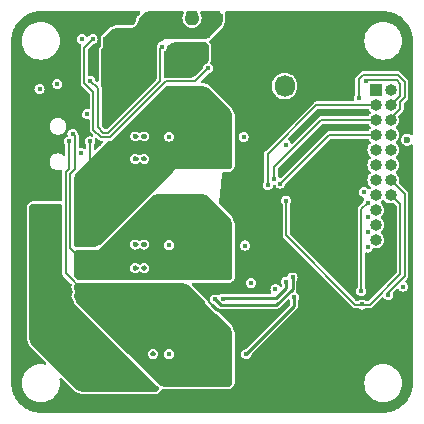
<source format=gbr>
%TF.GenerationSoftware,KiCad,Pcbnew,7.0.11*%
%TF.CreationDate,2024-11-13T01:10:25+09:00*%
%TF.ProjectId,MD,4d442e6b-6963-4616-945f-706362585858,rev?*%
%TF.SameCoordinates,Original*%
%TF.FileFunction,Copper,L2,Inr*%
%TF.FilePolarity,Positive*%
%FSLAX46Y46*%
G04 Gerber Fmt 4.6, Leading zero omitted, Abs format (unit mm)*
G04 Created by KiCad (PCBNEW 7.0.11) date 2024-11-13 01:10:25*
%MOMM*%
%LPD*%
G01*
G04 APERTURE LIST*
G04 Aperture macros list*
%AMRoundRect*
0 Rectangle with rounded corners*
0 $1 Rounding radius*
0 $2 $3 $4 $5 $6 $7 $8 $9 X,Y pos of 4 corners*
0 Add a 4 corners polygon primitive as box body*
4,1,4,$2,$3,$4,$5,$6,$7,$8,$9,$2,$3,0*
0 Add four circle primitives for the rounded corners*
1,1,$1+$1,$2,$3*
1,1,$1+$1,$4,$5*
1,1,$1+$1,$6,$7*
1,1,$1+$1,$8,$9*
0 Add four rect primitives between the rounded corners*
20,1,$1+$1,$2,$3,$4,$5,0*
20,1,$1+$1,$4,$5,$6,$7,0*
20,1,$1+$1,$6,$7,$8,$9,0*
20,1,$1+$1,$8,$9,$2,$3,0*%
G04 Aperture macros list end*
%TA.AperFunction,ComponentPad*%
%ADD10RoundRect,0.250000X-0.675000X0.600000X-0.675000X-0.600000X0.675000X-0.600000X0.675000X0.600000X0*%
%TD*%
%TA.AperFunction,ComponentPad*%
%ADD11O,1.850000X1.700000*%
%TD*%
%TA.AperFunction,ComponentPad*%
%ADD12RoundRect,0.250000X0.600000X0.675000X-0.600000X0.675000X-0.600000X-0.675000X0.600000X-0.675000X0*%
%TD*%
%TA.AperFunction,ComponentPad*%
%ADD13O,1.700000X1.850000*%
%TD*%
%TA.AperFunction,ComponentPad*%
%ADD14C,1.200000*%
%TD*%
%TA.AperFunction,ComponentPad*%
%ADD15R,1.000000X1.000000*%
%TD*%
%TA.AperFunction,ComponentPad*%
%ADD16O,1.000000X1.000000*%
%TD*%
%TA.AperFunction,ViaPad*%
%ADD17C,0.450000*%
%TD*%
%TA.AperFunction,ViaPad*%
%ADD18C,0.600000*%
%TD*%
%TA.AperFunction,Conductor*%
%ADD19C,0.200000*%
%TD*%
%TA.AperFunction,Conductor*%
%ADD20C,0.250000*%
%TD*%
G04 APERTURE END LIST*
D10*
%TO.N,/MotorDriver/Phase_W*%
%TO.C,J6*%
X6950000Y-19500000D03*
D11*
%TO.N,/MotorDriver/Phase_V*%
X6950000Y-22000000D03*
%TO.N,/MotorDriver/Phase_U*%
X6950000Y-24500000D03*
%TD*%
D12*
%TO.N,GND*%
%TO.C,J5*%
X26150000Y-6850000D03*
D13*
%TO.N,/Power/24VBAT*%
X23650000Y-6850000D03*
%TD*%
D14*
%TO.N,VDD*%
%TO.C,C17*%
X12500000Y-1100000D03*
%TO.N,GND*%
X10500000Y-1100000D03*
%TD*%
D15*
%TO.N,VDD*%
%TO.C,J4*%
X31355000Y-7175000D03*
D16*
X32625000Y-7175000D03*
%TO.N,SOC*%
X31355000Y-8445000D03*
%TO.N,ENABLE*%
X32625000Y-8445000D03*
%TO.N,SOB*%
X31355000Y-9715000D03*
%TO.N,nFAULT*%
X32625000Y-9715000D03*
%TO.N,SOA*%
X31355000Y-10985000D03*
%TO.N,INB_L*%
X32625000Y-10985000D03*
%TO.N,MISO1*%
X31355000Y-12255000D03*
%TO.N,INC_L*%
X32625000Y-12255000D03*
%TO.N,MOSI1*%
X31355000Y-13525000D03*
%TO.N,INA_L*%
X32625000Y-13525000D03*
%TO.N,SCLK1*%
X31355000Y-14795000D03*
%TO.N,CAL*%
X32625000Y-14795000D03*
%TO.N,CS1_MD*%
X31355000Y-16065000D03*
%TO.N,+3.3V*%
X32625000Y-16065000D03*
%TO.N,INA_H*%
X31355000Y-17335000D03*
%TO.N,GND*%
X32625000Y-17335000D03*
%TO.N,INB_H*%
X31355000Y-18605000D03*
%TO.N,GND*%
X32625000Y-18605000D03*
%TO.N,INC_H*%
X31355000Y-19875000D03*
%TO.N,GND*%
X32625000Y-19875000D03*
X31355000Y-21145000D03*
X32625000Y-21145000D03*
X31355000Y-22415000D03*
X32625000Y-22415000D03*
%TD*%
D14*
%TO.N,VDD*%
%TO.C,C2*%
X17800000Y-1100000D03*
%TO.N,GND*%
X15800000Y-1100000D03*
%TD*%
D17*
%TO.N,/Power/S-S*%
X16750000Y-3900000D03*
X14750000Y-3900000D03*
X15700000Y-5900000D03*
X13750000Y-5900000D03*
X16250000Y-3400000D03*
X4399660Y-6666988D03*
X16250000Y-4400000D03*
X13750000Y-4900000D03*
X14750000Y-5900000D03*
X14250000Y-4400000D03*
X15250000Y-3400000D03*
X13757483Y-4050002D03*
X14250000Y-5400000D03*
X16900000Y-4700000D03*
X15750000Y-3900000D03*
X15250000Y-5400000D03*
X14750000Y-4900000D03*
X6472237Y-2875502D03*
X15250000Y-4400000D03*
X15750000Y-4900000D03*
%TO.N,Net-(Q6-G)*%
X7201878Y-6379074D03*
X13234655Y-3497052D03*
%TO.N,VDD*%
X2500000Y-27250000D03*
X7500000Y-32250000D03*
X12000000Y-31750000D03*
X10500000Y-3250000D03*
X8500000Y-5250000D03*
X4500000Y-28250000D03*
X12500000Y-4250000D03*
X8500000Y-29250000D03*
X3500000Y-17250000D03*
X10500000Y-31250000D03*
X6500000Y-30250000D03*
X3500000Y-19250000D03*
X11500000Y-3250000D03*
X3500000Y-21250000D03*
X8500000Y-10250000D03*
X9500000Y-32250000D03*
X8500000Y-6250000D03*
X11750000Y-11100000D03*
X3500000Y-29250000D03*
X10500000Y-6250000D03*
X11000000Y-13000000D03*
X9500000Y-3250000D03*
X8500000Y-7250000D03*
X2500000Y-19250000D03*
X4500000Y-23250000D03*
X11500000Y-4250000D03*
X2500000Y-28250000D03*
X12500000Y-32250000D03*
X3500000Y-25250000D03*
X4500000Y-29250000D03*
X8500000Y-28250000D03*
X5500000Y-31250000D03*
X7500000Y-31250000D03*
X11000000Y-20250000D03*
X4500000Y-25250000D03*
X4500000Y-26250000D03*
X3500000Y-20250000D03*
X9500000Y-4250000D03*
X3500000Y-28250000D03*
X12500000Y-3250000D03*
X6500000Y-29250000D03*
X10500000Y-4250000D03*
X11000000Y-30750000D03*
X2500000Y-20250000D03*
X10500000Y-8250000D03*
X11750000Y-20250000D03*
X10000000Y-31750000D03*
X5500000Y-30250000D03*
X11500000Y-31250000D03*
X2500000Y-18250000D03*
X7500000Y-29250000D03*
X9500000Y-31250000D03*
X11500000Y-32250000D03*
X8500000Y-9250000D03*
X2500000Y-17250000D03*
X4500000Y-17250000D03*
X7500000Y-28250000D03*
X6500000Y-32250000D03*
X4500000Y-18250000D03*
X3500000Y-26250000D03*
X9500000Y-30250000D03*
X3500000Y-22250000D03*
X9500000Y-9250000D03*
X12500000Y-29500000D03*
X11750000Y-13000000D03*
X8500000Y-30250000D03*
X8500000Y-8250000D03*
X10500000Y-5250000D03*
X6500000Y-26250000D03*
X9500000Y-29250000D03*
X11000000Y-11100000D03*
X4500000Y-20250000D03*
X2500000Y-26250000D03*
X5500000Y-28250000D03*
X2500000Y-21250000D03*
X5500000Y-29250000D03*
X2500000Y-24250000D03*
X8500000Y-3250000D03*
X5500000Y-26250000D03*
X12500000Y-5250000D03*
X10000000Y-30750000D03*
X5500000Y-27250000D03*
X9500000Y-8250000D03*
X2500000Y-25250000D03*
X5000000Y-23750000D03*
X11500000Y-6250000D03*
X11500000Y-7250000D03*
X9500000Y-6250000D03*
X8500000Y-32250000D03*
X9500000Y-7250000D03*
X11000000Y-31750000D03*
X4500000Y-21250000D03*
X11000000Y-22250000D03*
X8500000Y-31250000D03*
X4500000Y-30250000D03*
X10500000Y-7250000D03*
X4500000Y-22250000D03*
X6500000Y-27250000D03*
X7500000Y-30250000D03*
X12500000Y-6250000D03*
X4500000Y-24250000D03*
X11500000Y-5250000D03*
X11750000Y-22250000D03*
X8500000Y-4250000D03*
X2500000Y-23250000D03*
X6500000Y-31250000D03*
X3500000Y-27250000D03*
X10000000Y-29750000D03*
X4500000Y-19250000D03*
X5500000Y-24250000D03*
X9500000Y-5250000D03*
X10500000Y-30250000D03*
X4500000Y-27250000D03*
X3500000Y-18250000D03*
X6500000Y-28250000D03*
X3500000Y-23250000D03*
X5500000Y-25250000D03*
X3500000Y-24250000D03*
X10500000Y-32250000D03*
X2500000Y-22250000D03*
X7500000Y-27250000D03*
%TO.N,GND*%
X1200000Y-18000000D03*
X3500000Y-1000000D03*
X29000000Y-25750000D03*
X4400000Y-34200000D03*
X8500000Y-1000000D03*
X26500228Y-27437238D03*
X30000000Y-3000000D03*
X24351545Y-18027628D03*
X23297632Y-14332182D03*
X27986153Y-7665974D03*
X28709998Y-28812955D03*
X30250000Y-27250000D03*
X18381441Y-25963656D03*
X28756875Y-22677496D03*
X29150090Y-12960821D03*
X24373553Y-19172059D03*
X12400000Y-34200000D03*
X5000000Y-2250000D03*
X27474292Y-31284367D03*
X27480841Y-27437238D03*
X23022036Y-19174995D03*
X24500000Y-30000000D03*
X1200000Y-24400000D03*
X25488832Y-31249656D03*
X29344024Y-31853527D03*
X4400000Y-14200000D03*
X29333997Y-29477170D03*
X27807183Y-22673218D03*
X26547831Y-28808191D03*
X1200000Y-9800000D03*
X33425406Y-10489133D03*
X26500000Y-31250000D03*
X2400000Y-16200000D03*
X27990709Y-12960821D03*
X24931740Y-31751324D03*
X29097797Y-9024165D03*
X29210575Y-23148666D03*
X27829842Y-21806477D03*
X7580781Y-3804482D03*
X26515790Y-32264037D03*
X28250000Y-1000000D03*
X25512482Y-19128042D03*
X28789730Y-16986068D03*
X19528831Y-26935634D03*
X26500000Y-30000000D03*
X34000000Y-27250000D03*
X27474292Y-28812955D03*
X29176980Y-22223782D03*
X8000000Y-33400000D03*
X1800000Y-7600000D03*
X32254152Y-27291344D03*
X25551586Y-32256384D03*
X5000000Y-7800000D03*
X26056645Y-31720715D03*
X24426680Y-31208003D03*
X25000000Y-4000000D03*
X30250000Y-30500000D03*
X29303917Y-28013254D03*
X22750000Y-34000000D03*
X18100705Y-6895796D03*
X25468466Y-18011122D03*
X7866903Y-11731696D03*
X28681425Y-32363518D03*
X25495976Y-20178938D03*
X22791394Y-28041123D03*
X4400000Y-16200000D03*
X1200000Y-21200000D03*
X28076884Y-28055206D03*
X1200000Y-15000000D03*
X26000000Y-2250000D03*
X34199707Y-12345095D03*
X23870146Y-25260727D03*
X26532128Y-4791837D03*
X29323971Y-30610201D03*
X24748659Y-2724188D03*
X26033688Y-28039901D03*
X26631680Y-19095280D03*
X28092189Y-29455599D03*
X5600000Y-8600000D03*
X29181436Y-7759009D03*
X26664471Y-26206642D03*
X26982588Y-28039901D03*
X24357047Y-16960226D03*
X1200000Y-28400000D03*
X24013133Y-20638110D03*
X27393171Y-22167330D03*
X5750000Y-3500000D03*
X2800000Y-30000000D03*
X22833753Y-8770887D03*
X21579589Y-23925000D03*
X27467350Y-29979239D03*
X25030864Y-8816469D03*
X2000000Y-10400000D03*
X4000000Y-4750000D03*
X26698716Y-3517930D03*
X29982009Y-10367076D03*
X23750000Y-5250000D03*
X28274760Y-24821045D03*
X18733451Y-7810217D03*
X25452972Y-27465799D03*
X20813551Y-24159771D03*
X4300000Y-12300000D03*
X1800000Y-33600000D03*
X8250000Y-2000000D03*
X21015422Y-5729515D03*
X26959631Y-29371422D03*
X33250000Y-33500000D03*
X27462500Y-14010821D03*
X1000000Y-31800000D03*
X1200000Y-12400000D03*
X25733952Y-9847384D03*
X33500000Y-5250000D03*
X29554012Y-23658551D03*
X5750000Y-1000000D03*
X32000000Y-5000000D03*
X5000000Y-32200000D03*
X29173765Y-21402366D03*
X28266181Y-21415332D03*
X22238945Y-6912995D03*
X28082808Y-10323724D03*
X29946357Y-12960821D03*
X20750000Y-2250000D03*
X24962349Y-28116426D03*
X7595912Y-5543687D03*
X33000000Y-1250000D03*
X28698086Y-14010821D03*
X28342209Y-11772599D03*
X24602686Y-33182327D03*
X28668345Y-27424521D03*
X30000000Y-34000000D03*
X21099956Y-6899647D03*
X22990265Y-18090221D03*
X19204805Y-15468521D03*
X29287570Y-6936842D03*
X22999342Y-17068990D03*
X2000000Y-8800000D03*
X32000000Y-29200000D03*
X17250000Y-6250000D03*
X22972721Y-32233427D03*
X29398304Y-24244577D03*
X34000000Y-24750000D03*
X33000000Y-25800000D03*
X18697974Y-15730527D03*
X23646133Y-31713062D03*
X1000000Y-7600000D03*
X25457461Y-17009745D03*
X24980217Y-12429030D03*
X23250000Y-2250000D03*
X3400000Y-13400000D03*
X26629403Y-17983611D03*
X28742871Y-21800876D03*
X34000000Y-4000000D03*
X26692009Y-9045455D03*
X27385353Y-21420307D03*
X29649445Y-16934577D03*
X1500000Y-1500000D03*
X31250000Y-25750000D03*
X24107411Y-13111340D03*
X28168713Y-30588157D03*
X26500000Y-34000000D03*
X34000000Y-30000000D03*
X28696114Y-29958412D03*
X25980355Y-11659595D03*
X29935007Y-11561298D03*
X27005545Y-31705410D03*
X24114795Y-8176756D03*
X26618399Y-20085403D03*
X19681317Y-2249359D03*
X18500000Y-2250000D03*
X10800000Y-33400000D03*
X28033289Y-9024165D03*
X15800000Y-34200000D03*
X24676541Y-10940279D03*
X24048265Y-9809304D03*
X24916435Y-29424989D03*
X30009473Y-14010821D03*
X24500000Y-27500000D03*
X29179034Y-11751864D03*
X22735465Y-29893769D03*
X34089777Y-8569233D03*
X750000Y-3500000D03*
X23569609Y-30955473D03*
X28675287Y-31284367D03*
X25481533Y-28760589D03*
X28084536Y-31789587D03*
X25491054Y-29998255D03*
X26885587Y-10524244D03*
X23562945Y-3772711D03*
X28269516Y-22210886D03*
X2000000Y-4750000D03*
X2400000Y-12200000D03*
X19250000Y-34000000D03*
X26150453Y-20771724D03*
X4200000Y-8800000D03*
X27510605Y-32256384D03*
X27750000Y-4000000D03*
X22083254Y-2665392D03*
X29750000Y-1750000D03*
X30750000Y-1000000D03*
X750000Y-5750000D03*
X6800000Y-34200000D03*
X9400000Y-34200000D03*
X6918568Y-10320203D03*
X24462839Y-28770109D03*
X28070936Y-5728687D03*
X19000000Y-6250000D03*
X23048628Y-20491082D03*
X28287790Y-23148385D03*
X23000000Y-31250000D03*
X34165357Y-5968842D03*
X22799545Y-11011964D03*
X25941859Y-29371422D03*
X24380766Y-32317603D03*
X29500000Y-5750000D03*
X22250000Y-3750000D03*
X26612896Y-17004243D03*
X28758080Y-23568373D03*
%TO.N,+3.3V*%
X30172927Y-25334785D03*
X23768761Y-16541125D03*
%TO.N,/MotorDriver/Phase_U*%
X17250000Y-28950000D03*
X15250000Y-26950000D03*
X16750000Y-26450000D03*
X17250000Y-27950000D03*
X13750000Y-30450000D03*
X16750000Y-27450000D03*
X15250000Y-25950000D03*
X15750000Y-31450000D03*
X14750000Y-25450000D03*
X18750000Y-31450000D03*
X17250000Y-26950000D03*
X17250000Y-31950000D03*
X18750000Y-30450000D03*
X16250000Y-25950000D03*
X18250000Y-29950000D03*
X15750000Y-26450000D03*
X15250000Y-30950000D03*
X14750000Y-30450000D03*
X15750000Y-30450000D03*
X18250000Y-30950000D03*
X18443292Y-24838834D03*
X14250000Y-31950000D03*
X16250000Y-30950000D03*
X16250000Y-29950000D03*
X5386387Y-11520073D03*
X17750000Y-29450000D03*
X16250000Y-27950000D03*
X17250000Y-30950000D03*
X23767989Y-23398042D03*
X14750000Y-26450000D03*
X17750000Y-30450000D03*
X15250000Y-28950000D03*
X14250000Y-30950000D03*
X16750000Y-25450000D03*
X14750000Y-31450000D03*
X15250000Y-29950000D03*
X13750000Y-31450000D03*
X18750000Y-29450000D03*
X15250000Y-31950000D03*
X14750000Y-29450000D03*
X16750000Y-30450000D03*
X16250000Y-31950000D03*
X16250000Y-28950000D03*
X15750000Y-29450000D03*
X16250000Y-26950000D03*
X18250000Y-28950000D03*
X16750000Y-29450000D03*
X15750000Y-25450000D03*
X17750000Y-31450000D03*
X18250000Y-31950000D03*
X16750000Y-28450000D03*
X17250000Y-29950000D03*
X16750000Y-31450000D03*
%TO.N,/MotorDriver/BridgeA_S*%
X22861486Y-24046663D03*
%TO.N,/MotorDriver/BridgeB_S*%
X20800000Y-23500000D03*
%TO.N,/MotorDriver/Phase_V*%
X16750000Y-16250000D03*
X15500000Y-22500000D03*
X16000000Y-23000000D03*
X14500000Y-21500000D03*
X16000000Y-22000000D03*
X15000000Y-23000000D03*
X17500000Y-22500000D03*
X15250000Y-17750000D03*
X14750000Y-16250000D03*
X17000000Y-21000000D03*
X18000000Y-23000000D03*
X19000000Y-23000000D03*
X17250000Y-17750000D03*
X14500000Y-22500000D03*
X18500000Y-20500000D03*
X14000000Y-23000000D03*
X17000000Y-22000000D03*
X15000000Y-21000000D03*
X17500000Y-20500000D03*
X16250000Y-16750000D03*
X15750000Y-17250000D03*
X17000000Y-23000000D03*
X19000000Y-22000000D03*
X14750000Y-17250000D03*
X19000000Y-21000000D03*
X16500000Y-21500000D03*
X15000000Y-22000000D03*
X15500000Y-21500000D03*
X16000000Y-21000000D03*
X15750000Y-16250000D03*
X17250000Y-18500000D03*
X16750000Y-17250000D03*
X15250000Y-16750000D03*
X5687798Y-10870725D03*
X18500000Y-21500000D03*
X18500000Y-22500000D03*
X16250000Y-17750000D03*
X13500000Y-21500000D03*
X17500000Y-21500000D03*
X18000000Y-22000000D03*
X16500000Y-20500000D03*
X15500000Y-20500000D03*
X18000000Y-21000000D03*
X16500000Y-22500000D03*
X13500000Y-22500000D03*
X16250000Y-18500000D03*
X14000000Y-22000000D03*
%TO.N,/MotorDriver/BridgeC_S*%
X23729902Y-11795725D03*
%TO.N,/MotorDriver/Phase_W*%
X17250000Y-8550000D03*
X16750000Y-10050000D03*
X15750000Y-8050000D03*
X16750000Y-8050000D03*
X17750000Y-13050000D03*
X15750000Y-12050000D03*
X18750000Y-12050000D03*
X14750000Y-12050000D03*
X16250000Y-12550000D03*
X15250000Y-10550000D03*
X15250000Y-8550000D03*
X16250000Y-13550000D03*
X15250000Y-7550000D03*
X18250000Y-11550000D03*
X17250000Y-13550000D03*
X15750000Y-13050000D03*
X14250000Y-12550000D03*
X16250000Y-9550000D03*
X16750000Y-12050000D03*
X17250000Y-10550000D03*
X15250000Y-13550000D03*
X14750000Y-13050000D03*
X15250000Y-12550000D03*
X16250000Y-10550000D03*
X17250000Y-12550000D03*
X18250000Y-12550000D03*
X16250000Y-7550000D03*
X17250000Y-11550000D03*
X16750000Y-9050000D03*
X16250000Y-8550000D03*
X18250000Y-10550000D03*
X15750000Y-7050000D03*
X17250000Y-9550000D03*
X13750000Y-13050000D03*
X7165288Y-11523492D03*
X14750000Y-8050000D03*
X16750000Y-11050000D03*
X14750000Y-7050000D03*
X15250000Y-11550000D03*
X16750000Y-7050000D03*
X18750000Y-13050000D03*
X13750000Y-12050000D03*
X16250000Y-11550000D03*
X17750000Y-12050000D03*
X14250000Y-13550000D03*
X15750000Y-11050000D03*
X18750000Y-11050000D03*
X18250000Y-13550000D03*
X17750000Y-11050000D03*
X16750000Y-13050000D03*
X14750000Y-11050000D03*
%TO.N,Net-(Q2-G)*%
X17174998Y-5351351D03*
X7389113Y-2877910D03*
%TO.N,/Power/PowerSW*%
X6933550Y-9230046D03*
%TO.N,Net-(Q7-G)*%
X20394037Y-29525000D03*
X24412018Y-24737537D03*
%TO.N,Net-(Q8-G)*%
X20286570Y-20345822D03*
%TO.N,Net-(Q9-G)*%
X13850000Y-20325000D03*
%TO.N,Net-(Q10-G)*%
X17728562Y-24901923D03*
X24317989Y-23045644D03*
X13850000Y-29525000D03*
%TO.N,Net-(Q11-G)*%
X13850000Y-11125000D03*
%TO.N,Net-(Q12-G)*%
X20169096Y-11135620D03*
%TO.N,Net-(SW4-B)*%
X6436387Y-12500000D03*
X2890539Y-7100000D03*
%TO.N,SOC*%
X22217835Y-15216305D03*
%TO.N,SOB*%
X22752987Y-14720583D03*
%TO.N,SOA*%
X23277987Y-15104426D03*
%TO.N,nFAULT*%
X29917724Y-7869813D03*
%TO.N,ENABLE*%
X30385131Y-15837595D03*
X30519077Y-6414650D03*
%TO.N,CAL*%
X30130446Y-24195652D03*
X30674260Y-16708724D03*
X32414994Y-24540000D03*
%TO.N,INA_L*%
X30680403Y-17969222D03*
X33682987Y-23822298D03*
%TO.N,INB_L*%
X30665804Y-19238584D03*
%TO.N,INC_L*%
X30670589Y-20504359D03*
D18*
%TO.N,Net-(D1-A)*%
X34013195Y-11375000D03*
%TD*%
D19*
%TO.N,Net-(Q6-G)*%
X7858550Y-10351013D02*
X8282537Y-10775000D01*
X13099100Y-6394262D02*
X13099100Y-3632607D01*
X8282537Y-10775000D02*
X8718362Y-10775000D01*
X8718362Y-10775000D02*
X13099100Y-6394262D01*
X7201878Y-6379074D02*
X7858550Y-7035746D01*
X7858550Y-7035746D02*
X7858550Y-10351013D01*
X13099100Y-3632607D02*
X13234655Y-3497052D01*
%TO.N,GND*%
X7975000Y-2275000D02*
X8250000Y-2000000D01*
X7975000Y-3410263D02*
X7975000Y-2275000D01*
X17203562Y-24621960D02*
X17665751Y-24159771D01*
X18381441Y-25963656D02*
X18235880Y-25818095D01*
X18235880Y-25818095D02*
X17902271Y-25818095D01*
X7580781Y-3804482D02*
X7975000Y-3410263D01*
X17203562Y-25119386D02*
X17203562Y-24621960D01*
X17665751Y-24159771D02*
X20813551Y-24159771D01*
X17902271Y-25818095D02*
X17203562Y-25119386D01*
%TO.N,+3.3V*%
X33425000Y-16865000D02*
X32625000Y-16065000D01*
X23768761Y-16541125D02*
X23768761Y-19475157D01*
X29632295Y-25338691D02*
X30832680Y-25338691D01*
X30832680Y-25338691D02*
X33425000Y-22746371D01*
X23768761Y-19475157D02*
X29632295Y-25338691D01*
X33425000Y-22746371D02*
X33425000Y-16865000D01*
%TO.N,/MotorDriver/Phase_U*%
X5386387Y-11520073D02*
X5386387Y-13822927D01*
D20*
X18522480Y-24759646D02*
X22926321Y-24759646D01*
X22926321Y-24759646D02*
X23767989Y-23917978D01*
D19*
X5100000Y-22650000D02*
X6950000Y-24500000D01*
X5100000Y-14109314D02*
X5100000Y-22650000D01*
D20*
X18443292Y-24838834D02*
X18522480Y-24759646D01*
D19*
X5386387Y-13822927D02*
X5100000Y-14109314D01*
D20*
X23767989Y-23917978D02*
X23767989Y-23398042D01*
D19*
%TO.N,/MotorDriver/Phase_V*%
X5687798Y-10870725D02*
X5911387Y-11094314D01*
X5911387Y-13863613D02*
X5500000Y-14275000D01*
X5500000Y-20550000D02*
X6950000Y-22000000D01*
X5500000Y-14275000D02*
X5500000Y-20550000D01*
X5911387Y-11094314D02*
X5911387Y-13863613D01*
%TO.N,/MotorDriver/Phase_W*%
X6950000Y-19500000D02*
X7165288Y-19284712D01*
X7165288Y-19284712D02*
X7165288Y-11523492D01*
%TO.N,Net-(Q2-G)*%
X13609047Y-6450000D02*
X16076349Y-6450000D01*
X7389113Y-2877910D02*
X6674251Y-3592772D01*
X6674251Y-6593911D02*
X7458550Y-7378210D01*
X7458550Y-7378210D02*
X7458550Y-10521442D01*
X8112108Y-11175000D02*
X8884047Y-11175000D01*
X6674251Y-3592772D02*
X6674251Y-6593911D01*
X8884047Y-11175000D02*
X13609047Y-6450000D01*
X16076349Y-6450000D02*
X17174998Y-5351351D01*
X7458550Y-10521442D02*
X8112108Y-11175000D01*
D20*
%TO.N,Net-(Q7-G)*%
X20394037Y-29525000D02*
X24420146Y-25498891D01*
X24420146Y-25498891D02*
X24420146Y-24745665D01*
X24420146Y-24745665D02*
X24412018Y-24737537D01*
%TO.N,Net-(Q10-G)*%
X18219734Y-25393095D02*
X22929268Y-25393095D01*
X24317989Y-24004374D02*
X24317989Y-23045644D01*
X22929268Y-25393095D02*
X24317989Y-24004374D01*
X17728562Y-24901923D02*
X18219734Y-25393095D01*
D19*
%TO.N,SOC*%
X26338163Y-8445000D02*
X31355000Y-8445000D01*
X22217835Y-12565328D02*
X26338163Y-8445000D01*
X22217835Y-15216305D02*
X22217835Y-12565328D01*
%TO.N,SOB*%
X22752987Y-14720583D02*
X22752987Y-13700458D01*
X22752987Y-13700458D02*
X26738445Y-9715000D01*
X26738445Y-9715000D02*
X31355000Y-9715000D01*
%TO.N,SOA*%
X23277987Y-15104426D02*
X27397413Y-10985000D01*
X27397413Y-10985000D02*
X31355000Y-10985000D01*
%TO.N,nFAULT*%
X33825000Y-7810686D02*
X33425000Y-8210686D01*
X29917724Y-7869813D02*
X29917724Y-6273540D01*
X33211024Y-5889650D02*
X33825000Y-6503627D01*
X29917724Y-6273540D02*
X30301614Y-5889650D01*
X33425000Y-8776371D02*
X32625000Y-9576371D01*
X30301614Y-5889650D02*
X33211024Y-5889650D01*
X33425000Y-8210686D02*
X33425000Y-8776371D01*
X33825000Y-6503627D02*
X33825000Y-7810686D01*
X32625000Y-9576371D02*
X32625000Y-9715000D01*
%TO.N,ENABLE*%
X33124701Y-6369013D02*
X30564714Y-6369013D01*
X32625000Y-8445000D02*
X33425000Y-7645000D01*
X30564714Y-6369013D02*
X30519077Y-6414650D01*
X33425000Y-7645000D02*
X33425000Y-6669312D01*
X33425000Y-6669312D02*
X33124701Y-6369013D01*
%TO.N,CAL*%
X30140804Y-24185294D02*
X30140804Y-17242180D01*
X33825000Y-22912056D02*
X33825000Y-15995000D01*
X30140804Y-17242180D02*
X30674260Y-16708724D01*
X33825000Y-15995000D02*
X32625000Y-14795000D01*
X30130446Y-24195652D02*
X30140804Y-24185294D01*
X32414994Y-24540000D02*
X32414994Y-24322062D01*
X32414994Y-24322062D02*
X33825000Y-22912056D01*
%TD*%
%TA.AperFunction,Conductor*%
%TO.N,/Power/S-S*%
G36*
X16965677Y-3119685D02*
G01*
X16986319Y-3136319D01*
X17163681Y-3313681D01*
X17197166Y-3375004D01*
X17200000Y-3401362D01*
X17200000Y-4683913D01*
X17190561Y-4731367D01*
X17134364Y-4867036D01*
X17090522Y-4921439D01*
X17050759Y-4937412D01*
X17051151Y-4938617D01*
X17041874Y-4941630D01*
X16961809Y-4982426D01*
X16921778Y-5002823D01*
X16921777Y-5002824D01*
X16921772Y-5002827D01*
X16826474Y-5098125D01*
X16826471Y-5098130D01*
X16765278Y-5218227D01*
X16759067Y-5257441D01*
X16729137Y-5320575D01*
X16724275Y-5325723D01*
X16094218Y-5955781D01*
X16053990Y-5982661D01*
X15673995Y-6140061D01*
X15626542Y-6149500D01*
X13676185Y-6149500D01*
X13659057Y-6148311D01*
X13651285Y-6147227D01*
X13651282Y-6147227D01*
X13611019Y-6149088D01*
X13604967Y-6149368D01*
X13599242Y-6149500D01*
X13580892Y-6149500D01*
X13570076Y-6150000D01*
X13523600Y-6150000D01*
X13456561Y-6130315D01*
X13410806Y-6077511D01*
X13399600Y-6026000D01*
X13399600Y-3966545D01*
X13419285Y-3899506D01*
X13467305Y-3856060D01*
X13487875Y-3845580D01*
X13583183Y-3750272D01*
X13644374Y-3630178D01*
X13658891Y-3538516D01*
X13688819Y-3475385D01*
X13695999Y-3467979D01*
X13784712Y-3383813D01*
X13786933Y-3381760D01*
X13850000Y-3325000D01*
X13897102Y-3282607D01*
X13935625Y-3259010D01*
X14328550Y-3108231D01*
X14372975Y-3100000D01*
X16898638Y-3100000D01*
X16965677Y-3119685D01*
G37*
%TD.AperFunction*%
%TD*%
%TA.AperFunction,Conductor*%
%TO.N,GND*%
G36*
X30713207Y-10035185D02*
G01*
X30748218Y-10069059D01*
X30826819Y-10182932D01*
X30910634Y-10257185D01*
X30947761Y-10316374D01*
X30946993Y-10386240D01*
X30910634Y-10442815D01*
X30826819Y-10517067D01*
X30799839Y-10556155D01*
X30757494Y-10617503D01*
X30748218Y-10630941D01*
X30693935Y-10674931D01*
X30646168Y-10684500D01*
X27464551Y-10684500D01*
X27447423Y-10683311D01*
X27439651Y-10682227D01*
X27439648Y-10682227D01*
X27403068Y-10683918D01*
X27393333Y-10684368D01*
X27387608Y-10684500D01*
X27369569Y-10684500D01*
X27369564Y-10684500D01*
X27364739Y-10684948D01*
X27354110Y-10686181D01*
X27327421Y-10687415D01*
X27321076Y-10690215D01*
X27293793Y-10698665D01*
X27286981Y-10699938D01*
X27286980Y-10699939D01*
X27264270Y-10713999D01*
X27249091Y-10722000D01*
X27224648Y-10732793D01*
X27219749Y-10737693D01*
X27197355Y-10755431D01*
X27191461Y-10759080D01*
X27175362Y-10780398D01*
X27164092Y-10793348D01*
X23353353Y-14604087D01*
X23292030Y-14637572D01*
X23222338Y-14632588D01*
X23166405Y-14590716D01*
X23155187Y-14572701D01*
X23101515Y-14467363D01*
X23101511Y-14467359D01*
X23101510Y-14467357D01*
X23089806Y-14455653D01*
X23056321Y-14394330D01*
X23053487Y-14367972D01*
X23053487Y-13876291D01*
X23073172Y-13809252D01*
X23089806Y-13788610D01*
X26826597Y-10051819D01*
X26887920Y-10018334D01*
X26914278Y-10015500D01*
X30646168Y-10015500D01*
X30713207Y-10035185D01*
G37*
%TD.AperFunction*%
%TA.AperFunction,Conductor*%
G36*
X30713207Y-8765185D02*
G01*
X30748217Y-8799058D01*
X30757393Y-8812351D01*
X30826819Y-8912932D01*
X30910634Y-8987185D01*
X30947761Y-9046374D01*
X30946993Y-9116240D01*
X30910634Y-9172815D01*
X30826819Y-9247067D01*
X30748218Y-9360941D01*
X30693935Y-9404931D01*
X30646168Y-9414500D01*
X26805584Y-9414500D01*
X26788456Y-9413311D01*
X26780684Y-9412227D01*
X26780681Y-9412227D01*
X26744101Y-9413918D01*
X26734366Y-9414368D01*
X26728641Y-9414500D01*
X26710601Y-9414500D01*
X26710596Y-9414500D01*
X26705777Y-9414947D01*
X26695141Y-9416181D01*
X26668452Y-9417415D01*
X26668451Y-9417415D01*
X26662110Y-9420215D01*
X26634824Y-9428664D01*
X26628017Y-9429936D01*
X26628011Y-9429939D01*
X26605299Y-9444000D01*
X26590119Y-9452001D01*
X26565682Y-9462792D01*
X26560781Y-9467693D01*
X26538387Y-9485431D01*
X26532493Y-9489080D01*
X26516394Y-9510398D01*
X26505124Y-9523348D01*
X24336672Y-11691800D01*
X24275349Y-11725285D01*
X24205657Y-11720301D01*
X24149724Y-11678429D01*
X24138512Y-11660423D01*
X24078430Y-11542505D01*
X24078427Y-11542502D01*
X24078425Y-11542499D01*
X23983127Y-11447201D01*
X23983123Y-11447198D01*
X23983122Y-11447197D01*
X23983120Y-11447196D01*
X23975230Y-11441464D01*
X23976884Y-11439187D01*
X23937197Y-11401694D01*
X23920410Y-11333871D01*
X23942957Y-11267739D01*
X23956609Y-11251523D01*
X26426315Y-8781819D01*
X26487638Y-8748334D01*
X26513996Y-8745500D01*
X30646168Y-8745500D01*
X30713207Y-8765185D01*
G37*
%TD.AperFunction*%
%TA.AperFunction,Conductor*%
G36*
X11376556Y-520185D02*
G01*
X11422311Y-572989D01*
X11432255Y-642147D01*
X11403230Y-705703D01*
X11397198Y-712181D01*
X11191631Y-917747D01*
X11184399Y-925355D01*
X11175944Y-934722D01*
X11139024Y-992822D01*
X11139024Y-992823D01*
X11111959Y-1057234D01*
X11097205Y-1113833D01*
X11097203Y-1113843D01*
X11085316Y-1219351D01*
X11079138Y-1246422D01*
X11044083Y-1346604D01*
X11032035Y-1371622D01*
X10975562Y-1461498D01*
X10958249Y-1483207D01*
X10883207Y-1558249D01*
X10861498Y-1575562D01*
X10771622Y-1632035D01*
X10746604Y-1644083D01*
X10646422Y-1679138D01*
X10619352Y-1685316D01*
X10513880Y-1697200D01*
X10486120Y-1697200D01*
X10473610Y-1695792D01*
X10473598Y-1695791D01*
X10473595Y-1695791D01*
X10462483Y-1695167D01*
X10450605Y-1694500D01*
X9374665Y-1694500D01*
X9363460Y-1695603D01*
X9334583Y-1698447D01*
X9334578Y-1698447D01*
X9287119Y-1707887D01*
X9287111Y-1707889D01*
X9248572Y-1719580D01*
X8867361Y-1877483D01*
X8867356Y-1877485D01*
X8831845Y-1896466D01*
X8831823Y-1896479D01*
X8791626Y-1923339D01*
X8791607Y-1923353D01*
X8760467Y-1948909D01*
X8166513Y-2542864D01*
X8151828Y-2559212D01*
X8151806Y-2559239D01*
X8135172Y-2579879D01*
X8098009Y-2650924D01*
X8078326Y-2717956D01*
X8070000Y-2775865D01*
X8070000Y-3235165D01*
X8069196Y-3245381D01*
X8069196Y-3254618D01*
X8070000Y-3264835D01*
X8070000Y-3380795D01*
X8070462Y-3394149D01*
X8053107Y-3461829D01*
X8038176Y-3481973D01*
X8023374Y-3498211D01*
X8013143Y-3508209D01*
X8009149Y-3511685D01*
X8005093Y-3515215D01*
X8000842Y-3519182D01*
X7994656Y-3524954D01*
X7990978Y-3528633D01*
X7976294Y-3544985D01*
X7976271Y-3545011D01*
X7959663Y-3565623D01*
X7959663Y-3565624D01*
X7922512Y-3636652D01*
X7922509Y-3636661D01*
X7902826Y-3703691D01*
X7894500Y-3761598D01*
X7894500Y-6347362D01*
X7874815Y-6414401D01*
X7822011Y-6460156D01*
X7752853Y-6470100D01*
X7689297Y-6441075D01*
X7682821Y-6435045D01*
X7662271Y-6414496D01*
X7628784Y-6353174D01*
X7627477Y-6346210D01*
X7611598Y-6245952D01*
X7611597Y-6245950D01*
X7611597Y-6245948D01*
X7550406Y-6125854D01*
X7550404Y-6125852D01*
X7550401Y-6125848D01*
X7455103Y-6030550D01*
X7455099Y-6030547D01*
X7455098Y-6030546D01*
X7335004Y-5969355D01*
X7335002Y-5969354D01*
X7334999Y-5969353D01*
X7201880Y-5948270D01*
X7201878Y-5948270D01*
X7168358Y-5953578D01*
X7118148Y-5961531D01*
X7048854Y-5952575D01*
X6995403Y-5907578D01*
X6974764Y-5840826D01*
X6974751Y-5839057D01*
X6974751Y-3768605D01*
X6994436Y-3701566D01*
X7011070Y-3680924D01*
X7180309Y-3511685D01*
X7353694Y-3338299D01*
X7415015Y-3304816D01*
X7421940Y-3303514D01*
X7522239Y-3287629D01*
X7642333Y-3226438D01*
X7737641Y-3131130D01*
X7798832Y-3011036D01*
X7798833Y-3011031D01*
X7819917Y-2877912D01*
X7819917Y-2877907D01*
X7798833Y-2744788D01*
X7798832Y-2744786D01*
X7798832Y-2744784D01*
X7737641Y-2624690D01*
X7737639Y-2624688D01*
X7737636Y-2624684D01*
X7642338Y-2529386D01*
X7642334Y-2529383D01*
X7642333Y-2529382D01*
X7522239Y-2468191D01*
X7522237Y-2468190D01*
X7522234Y-2468189D01*
X7389115Y-2447106D01*
X7389111Y-2447106D01*
X7255991Y-2468189D01*
X7135891Y-2529383D01*
X7135887Y-2529386D01*
X7040589Y-2624684D01*
X7034852Y-2632582D01*
X7033231Y-2631405D01*
X6993787Y-2673161D01*
X6925964Y-2689949D01*
X6859831Y-2667404D01*
X6827159Y-2629693D01*
X6826498Y-2630174D01*
X6820902Y-2622471D01*
X6820803Y-2622357D01*
X6820765Y-2622282D01*
X6820762Y-2622279D01*
X6820760Y-2622276D01*
X6725462Y-2526978D01*
X6725458Y-2526975D01*
X6725457Y-2526974D01*
X6605363Y-2465783D01*
X6605361Y-2465782D01*
X6605358Y-2465781D01*
X6472239Y-2444698D01*
X6472235Y-2444698D01*
X6339115Y-2465781D01*
X6219015Y-2526975D01*
X6219011Y-2526978D01*
X6123713Y-2622276D01*
X6123710Y-2622280D01*
X6062516Y-2742380D01*
X6041433Y-2875499D01*
X6041433Y-2875504D01*
X6062516Y-3008623D01*
X6062517Y-3008626D01*
X6062518Y-3008628D01*
X6123709Y-3128722D01*
X6123710Y-3128723D01*
X6123713Y-3128727D01*
X6219011Y-3224025D01*
X6219015Y-3224028D01*
X6219017Y-3224030D01*
X6339111Y-3285221D01*
X6339113Y-3285221D01*
X6347807Y-3289651D01*
X6345977Y-3293241D01*
X6387463Y-3321479D01*
X6414798Y-3385780D01*
X6403029Y-3454652D01*
X6394902Y-3468595D01*
X6394594Y-3469292D01*
X6388479Y-3495289D01*
X6383402Y-3511685D01*
X6373751Y-3536598D01*
X6373751Y-3543523D01*
X6370457Y-3571913D01*
X6368872Y-3578649D01*
X6368872Y-3578654D01*
X6372562Y-3605105D01*
X6373751Y-3622236D01*
X6373751Y-6526772D01*
X6372563Y-6543899D01*
X6371478Y-6551676D01*
X6373619Y-6597990D01*
X6373751Y-6603715D01*
X6373751Y-6621753D01*
X6374198Y-6626582D01*
X6375432Y-6637216D01*
X6376666Y-6663903D01*
X6376667Y-6663908D01*
X6379465Y-6670245D01*
X6387915Y-6697531D01*
X6389188Y-6704340D01*
X6389188Y-6704341D01*
X6389190Y-6704344D01*
X6403252Y-6727057D01*
X6411248Y-6742226D01*
X6422045Y-6766676D01*
X6422046Y-6766677D01*
X6422047Y-6766679D01*
X6426940Y-6771572D01*
X6444686Y-6793976D01*
X6448328Y-6799859D01*
X6448330Y-6799861D01*
X6448331Y-6799862D01*
X6448332Y-6799863D01*
X6469647Y-6815959D01*
X6482601Y-6827232D01*
X7121731Y-7466362D01*
X7155216Y-7527685D01*
X7158050Y-7554043D01*
X7158050Y-8689613D01*
X7138365Y-8756652D01*
X7085561Y-8802407D01*
X7016403Y-8812351D01*
X7014653Y-8812087D01*
X6977569Y-8806213D01*
X6933550Y-8799242D01*
X6933548Y-8799242D01*
X6933547Y-8799242D01*
X6800428Y-8820325D01*
X6680328Y-8881519D01*
X6680324Y-8881522D01*
X6585026Y-8976820D01*
X6585023Y-8976824D01*
X6585022Y-8976826D01*
X6549586Y-9046374D01*
X6523829Y-9096924D01*
X6502746Y-9230043D01*
X6502746Y-9230048D01*
X6523829Y-9363167D01*
X6523830Y-9363170D01*
X6523831Y-9363172D01*
X6582269Y-9477862D01*
X6585023Y-9483267D01*
X6585026Y-9483271D01*
X6680324Y-9578569D01*
X6680328Y-9578572D01*
X6680330Y-9578574D01*
X6800424Y-9639765D01*
X6800426Y-9639765D01*
X6800428Y-9639766D01*
X6933548Y-9660850D01*
X6933550Y-9660850D01*
X6933552Y-9660850D01*
X7014652Y-9648005D01*
X7083946Y-9656960D01*
X7137397Y-9701956D01*
X7158037Y-9768707D01*
X7158050Y-9770478D01*
X7158050Y-10454303D01*
X7156862Y-10471430D01*
X7155777Y-10479207D01*
X7157918Y-10525521D01*
X7158050Y-10531246D01*
X7158050Y-10549284D01*
X7158497Y-10554113D01*
X7159731Y-10564747D01*
X7160965Y-10591434D01*
X7160966Y-10591439D01*
X7163764Y-10597776D01*
X7172214Y-10625062D01*
X7173487Y-10631871D01*
X7173487Y-10631872D01*
X7173489Y-10631875D01*
X7187551Y-10654588D01*
X7195547Y-10669757D01*
X7206344Y-10694207D01*
X7206345Y-10694208D01*
X7206346Y-10694210D01*
X7211239Y-10699103D01*
X7228985Y-10721507D01*
X7232627Y-10727390D01*
X7232629Y-10727392D01*
X7232630Y-10727393D01*
X7232631Y-10727394D01*
X7253946Y-10743490D01*
X7266900Y-10754763D01*
X7418316Y-10906179D01*
X7451801Y-10967502D01*
X7446817Y-11037194D01*
X7404945Y-11093127D01*
X7339481Y-11117544D01*
X7308299Y-11113743D01*
X7308053Y-11115299D01*
X7165290Y-11092688D01*
X7165286Y-11092688D01*
X7032166Y-11113771D01*
X6912066Y-11174965D01*
X6912062Y-11174968D01*
X6816764Y-11270266D01*
X6816761Y-11270270D01*
X6755567Y-11390370D01*
X6734484Y-11523489D01*
X6734484Y-11523494D01*
X6755567Y-11656613D01*
X6755568Y-11656616D01*
X6755569Y-11656618D01*
X6816760Y-11776712D01*
X6828468Y-11788420D01*
X6861954Y-11849741D01*
X6864788Y-11876102D01*
X6864788Y-12038381D01*
X6845103Y-12105420D01*
X6792299Y-12151175D01*
X6723141Y-12161119D01*
X6684494Y-12148866D01*
X6569510Y-12090279D01*
X6436389Y-12069196D01*
X6436387Y-12069196D01*
X6411833Y-12073085D01*
X6355284Y-12082041D01*
X6285990Y-12073085D01*
X6232539Y-12028088D01*
X6211900Y-11961336D01*
X6211887Y-11959567D01*
X6211887Y-11161457D01*
X6213076Y-11144326D01*
X6214159Y-11136554D01*
X6214161Y-11136550D01*
X6212019Y-11090222D01*
X6211887Y-11084496D01*
X6211887Y-11066468D01*
X6211437Y-11061616D01*
X6210205Y-11051003D01*
X6208972Y-11024323D01*
X6206171Y-11017980D01*
X6197719Y-10990684D01*
X6196448Y-10983881D01*
X6182390Y-10961176D01*
X6174382Y-10945984D01*
X6163594Y-10921551D01*
X6163593Y-10921550D01*
X6163593Y-10921549D01*
X6158697Y-10916653D01*
X6140949Y-10894246D01*
X6131256Y-10878590D01*
X6134306Y-10876701D01*
X6112459Y-10831894D01*
X6112239Y-10830549D01*
X6097518Y-10737603D01*
X6097517Y-10737601D01*
X6097517Y-10737599D01*
X6036326Y-10617505D01*
X6036324Y-10617503D01*
X6036321Y-10617499D01*
X5941023Y-10522201D01*
X5941019Y-10522198D01*
X5941018Y-10522197D01*
X5820924Y-10461006D01*
X5820922Y-10461005D01*
X5820919Y-10461004D01*
X5687800Y-10439921D01*
X5687796Y-10439921D01*
X5554676Y-10461004D01*
X5434576Y-10522198D01*
X5434572Y-10522201D01*
X5339274Y-10617499D01*
X5339271Y-10617503D01*
X5278077Y-10737603D01*
X5256994Y-10870722D01*
X5256994Y-10870728D01*
X5277740Y-11001718D01*
X5268785Y-11071011D01*
X5223789Y-11124463D01*
X5211563Y-11131599D01*
X5133168Y-11171544D01*
X5133161Y-11171549D01*
X5037863Y-11266847D01*
X5037860Y-11266851D01*
X5037859Y-11266853D01*
X4977148Y-11386006D01*
X4976666Y-11386951D01*
X4955583Y-11520070D01*
X4955583Y-11520075D01*
X4976666Y-11653194D01*
X4976667Y-11653197D01*
X4976668Y-11653199D01*
X5037859Y-11773293D01*
X5049567Y-11785001D01*
X5083053Y-11846322D01*
X5085887Y-11872683D01*
X5085887Y-12601487D01*
X5066202Y-12668526D01*
X5013398Y-12714281D01*
X4944240Y-12724225D01*
X4891447Y-12703537D01*
X4813858Y-12649981D01*
X4777931Y-12625182D01*
X4618874Y-12564860D01*
X4618868Y-12564859D01*
X4492374Y-12549500D01*
X4492372Y-12549500D01*
X4407628Y-12549500D01*
X4407626Y-12549500D01*
X4281131Y-12564859D01*
X4281125Y-12564860D01*
X4122068Y-12625182D01*
X3982072Y-12721816D01*
X3869263Y-12849150D01*
X3790210Y-12999773D01*
X3770212Y-13080910D01*
X3749500Y-13164944D01*
X3749500Y-13335056D01*
X3769855Y-13417640D01*
X3790210Y-13500226D01*
X3869263Y-13650849D01*
X3898026Y-13683316D01*
X3982071Y-13778183D01*
X4059506Y-13831633D01*
X4122068Y-13874817D01*
X4122069Y-13874817D01*
X4122070Y-13874818D01*
X4193048Y-13901736D01*
X4247218Y-13922280D01*
X4281128Y-13935140D01*
X4337897Y-13942033D01*
X4407626Y-13950500D01*
X4407628Y-13950500D01*
X4492374Y-13950500D01*
X4534538Y-13945380D01*
X4618872Y-13935140D01*
X4631529Y-13930339D01*
X4701188Y-13924971D01*
X4762695Y-13958117D01*
X4796519Y-14019254D01*
X4799500Y-14046281D01*
X4799500Y-14060065D01*
X4796206Y-14088455D01*
X4794621Y-14095191D01*
X4794621Y-14095196D01*
X4798311Y-14121647D01*
X4799500Y-14138778D01*
X4799500Y-16470500D01*
X4779815Y-16537539D01*
X4727011Y-16583294D01*
X4675500Y-16594500D01*
X2301361Y-16594500D01*
X2279381Y-16595678D01*
X2253034Y-16598511D01*
X2253032Y-16598512D01*
X2176521Y-16622470D01*
X2176516Y-16622471D01*
X2115188Y-16655960D01*
X2068384Y-16690998D01*
X2068363Y-16691016D01*
X1891013Y-16868365D01*
X1891012Y-16868366D01*
X1876325Y-16884716D01*
X1876313Y-16884730D01*
X1859672Y-16905379D01*
X1822509Y-16976424D01*
X1802826Y-17043456D01*
X1802825Y-17043464D01*
X1794500Y-17101362D01*
X1794500Y-28225334D01*
X1798449Y-28265425D01*
X1807888Y-28312878D01*
X1819582Y-28351428D01*
X1977481Y-28732631D01*
X1996472Y-28768161D01*
X2023352Y-28808389D01*
X2023353Y-28808390D01*
X2023358Y-28808396D01*
X2048907Y-28839527D01*
X3430500Y-30221120D01*
X3463985Y-30282443D01*
X3459001Y-30352135D01*
X3417129Y-30408068D01*
X3351665Y-30432485D01*
X3313873Y-30429375D01*
X3251152Y-30414318D01*
X3251148Y-30414317D01*
X3000000Y-30394551D01*
X2748848Y-30414317D01*
X2503889Y-30473126D01*
X2271140Y-30569533D01*
X2056346Y-30701160D01*
X2056343Y-30701161D01*
X1864776Y-30864776D01*
X1701161Y-31056343D01*
X1701160Y-31056346D01*
X1569533Y-31271140D01*
X1473126Y-31503889D01*
X1414317Y-31748848D01*
X1394551Y-32000000D01*
X1414317Y-32251151D01*
X1473126Y-32496110D01*
X1569533Y-32728859D01*
X1701160Y-32943653D01*
X1701161Y-32943656D01*
X1707904Y-32951551D01*
X1864776Y-33135224D01*
X2013066Y-33261875D01*
X2056343Y-33298838D01*
X2056346Y-33298839D01*
X2271140Y-33430466D01*
X2503889Y-33526873D01*
X2748852Y-33585683D01*
X3000000Y-33605449D01*
X3251148Y-33585683D01*
X3496111Y-33526873D01*
X3728859Y-33430466D01*
X3943659Y-33298836D01*
X4135224Y-33135224D01*
X4298836Y-32943659D01*
X4430466Y-32728859D01*
X4526873Y-32496111D01*
X4585683Y-32251148D01*
X4605449Y-32000000D01*
X4585683Y-31748852D01*
X4570624Y-31686126D01*
X4574115Y-31616344D01*
X4614779Y-31559527D01*
X4679705Y-31533714D01*
X4748281Y-31547100D01*
X4778879Y-31569499D01*
X5910471Y-32701091D01*
X5941610Y-32726647D01*
X5941613Y-32726649D01*
X5981836Y-32753526D01*
X5981848Y-32753533D01*
X6017359Y-32772514D01*
X6017361Y-32772514D01*
X6017367Y-32772518D01*
X6398570Y-32930418D01*
X6437121Y-32942112D01*
X6437124Y-32942112D01*
X6437125Y-32942113D01*
X6444868Y-32943653D01*
X6484574Y-32951551D01*
X6524665Y-32955500D01*
X6524670Y-32955500D01*
X12698639Y-32955500D01*
X12701180Y-32955363D01*
X12720607Y-32954322D01*
X12720614Y-32954321D01*
X12720618Y-32954321D01*
X12746965Y-32951488D01*
X12823482Y-32927529D01*
X12884805Y-32894044D01*
X12931629Y-32858991D01*
X13108991Y-32681629D01*
X13123693Y-32665262D01*
X13140327Y-32644620D01*
X13177490Y-32573575D01*
X13181537Y-32559794D01*
X13219311Y-32501016D01*
X13282867Y-32471991D01*
X13345536Y-32479862D01*
X13345705Y-32479393D01*
X13347818Y-32480149D01*
X13347965Y-32480167D01*
X13348570Y-32480418D01*
X13387121Y-32492112D01*
X13387124Y-32492112D01*
X13387125Y-32492113D01*
X13399146Y-32494504D01*
X13434574Y-32501551D01*
X13474665Y-32505500D01*
X13474670Y-32505500D01*
X18898639Y-32505500D01*
X18901180Y-32505363D01*
X18920607Y-32504322D01*
X18920614Y-32504321D01*
X18920618Y-32504321D01*
X18946965Y-32501488D01*
X19023482Y-32477529D01*
X19084805Y-32444044D01*
X19131629Y-32408991D01*
X19308991Y-32231629D01*
X19323693Y-32215262D01*
X19340327Y-32194620D01*
X19377490Y-32123575D01*
X19397175Y-32056536D01*
X19405304Y-32000000D01*
X30394551Y-32000000D01*
X30414317Y-32251151D01*
X30473126Y-32496110D01*
X30569533Y-32728859D01*
X30701160Y-32943653D01*
X30701161Y-32943656D01*
X30707904Y-32951551D01*
X30864776Y-33135224D01*
X31013066Y-33261875D01*
X31056343Y-33298838D01*
X31056346Y-33298839D01*
X31271140Y-33430466D01*
X31503889Y-33526873D01*
X31748852Y-33585683D01*
X32000000Y-33605449D01*
X32251148Y-33585683D01*
X32496111Y-33526873D01*
X32728859Y-33430466D01*
X32943659Y-33298836D01*
X33135224Y-33135224D01*
X33298836Y-32943659D01*
X33430466Y-32728859D01*
X33526873Y-32496111D01*
X33585683Y-32251148D01*
X33605449Y-32000000D01*
X33585683Y-31748852D01*
X33526873Y-31503889D01*
X33430466Y-31271141D01*
X33430466Y-31271140D01*
X33298839Y-31056346D01*
X33298838Y-31056343D01*
X33261875Y-31013066D01*
X33135224Y-30864776D01*
X33008571Y-30756604D01*
X32943656Y-30701161D01*
X32943653Y-30701160D01*
X32728859Y-30569533D01*
X32496110Y-30473126D01*
X32251151Y-30414317D01*
X32000000Y-30394551D01*
X31748848Y-30414317D01*
X31503889Y-30473126D01*
X31271140Y-30569533D01*
X31056346Y-30701160D01*
X31056343Y-30701161D01*
X30864776Y-30864776D01*
X30701161Y-31056343D01*
X30701160Y-31056346D01*
X30569533Y-31271140D01*
X30473126Y-31503889D01*
X30414317Y-31748848D01*
X30394551Y-32000000D01*
X19405304Y-32000000D01*
X19405500Y-31998638D01*
X19405500Y-27674665D01*
X19401551Y-27634574D01*
X19392112Y-27587121D01*
X19380418Y-27548570D01*
X19222518Y-27167367D01*
X19222514Y-27167359D01*
X19203533Y-27131848D01*
X19203526Y-27131836D01*
X19176649Y-27091613D01*
X19176640Y-27091602D01*
X19151091Y-27060471D01*
X18104472Y-26013851D01*
X18101329Y-26010963D01*
X18091720Y-26002130D01*
X18075772Y-25988666D01*
X18075773Y-25988666D01*
X18075770Y-25988664D01*
X18010049Y-25951365D01*
X17977022Y-25940004D01*
X17962822Y-25934112D01*
X17946386Y-25926063D01*
X17928482Y-25921852D01*
X17928473Y-25921850D01*
X17928463Y-25921848D01*
X17905098Y-25917758D01*
X17905094Y-25917757D01*
X17905091Y-25917757D01*
X17903328Y-25917501D01*
X17903354Y-25917318D01*
X17883581Y-25913139D01*
X17882518Y-25912810D01*
X17834596Y-25885027D01*
X17834002Y-25884473D01*
X17831034Y-25881704D01*
X17814322Y-25866469D01*
X17804320Y-25856233D01*
X17797345Y-25848218D01*
X17797332Y-25848203D01*
X17787620Y-25837795D01*
X17628460Y-25678635D01*
X17465944Y-25516118D01*
X17432459Y-25454795D01*
X17437443Y-25385103D01*
X17479315Y-25329170D01*
X17544779Y-25304753D01*
X17591953Y-25310509D01*
X17595428Y-25311638D01*
X17595436Y-25311642D01*
X17653691Y-25320868D01*
X17716823Y-25350796D01*
X17721973Y-25355660D01*
X17975684Y-25609371D01*
X17982991Y-25617345D01*
X18007275Y-25646285D01*
X18007277Y-25646286D01*
X18007279Y-25646289D01*
X18007281Y-25646290D01*
X18007282Y-25646291D01*
X18039990Y-25665175D01*
X18049113Y-25670987D01*
X18066714Y-25683311D01*
X18080050Y-25692649D01*
X18080053Y-25692649D01*
X18084910Y-25694915D01*
X18101667Y-25701855D01*
X18106686Y-25703681D01*
X18106689Y-25703683D01*
X18143875Y-25710239D01*
X18154438Y-25712581D01*
X18172667Y-25717465D01*
X18190927Y-25722358D01*
X18228545Y-25719066D01*
X18239352Y-25718595D01*
X22909640Y-25718595D01*
X22920448Y-25719066D01*
X22958075Y-25722359D01*
X22994587Y-25712574D01*
X23005098Y-25710244D01*
X23042313Y-25703683D01*
X23042318Y-25703679D01*
X23047367Y-25701842D01*
X23064092Y-25694914D01*
X23068949Y-25692649D01*
X23068952Y-25692649D01*
X23099893Y-25670982D01*
X23109007Y-25665177D01*
X23141723Y-25646289D01*
X23141727Y-25646285D01*
X23166004Y-25617351D01*
X23173304Y-25609383D01*
X23851147Y-24931540D01*
X23912468Y-24898057D01*
X23982160Y-24903041D01*
X24038093Y-24944913D01*
X24049307Y-24962922D01*
X24063490Y-24990757D01*
X24063493Y-24990760D01*
X24069229Y-24998656D01*
X24066526Y-25000619D01*
X24091805Y-25046882D01*
X24094646Y-25073275D01*
X24094646Y-25312702D01*
X24074961Y-25379741D01*
X24058327Y-25400383D01*
X20387448Y-29071261D01*
X20326125Y-29104746D01*
X20319166Y-29106053D01*
X20260913Y-29115279D01*
X20180848Y-29156075D01*
X20140817Y-29176472D01*
X20140816Y-29176473D01*
X20140811Y-29176476D01*
X20045513Y-29271774D01*
X20045510Y-29271778D01*
X19984316Y-29391878D01*
X19963233Y-29524997D01*
X19963233Y-29525002D01*
X19984316Y-29658121D01*
X19984317Y-29658124D01*
X19984318Y-29658126D01*
X20045509Y-29778220D01*
X20045510Y-29778221D01*
X20045513Y-29778225D01*
X20140811Y-29873523D01*
X20140815Y-29873526D01*
X20140817Y-29873528D01*
X20260911Y-29934719D01*
X20260913Y-29934719D01*
X20260915Y-29934720D01*
X20394035Y-29955804D01*
X20394037Y-29955804D01*
X20394039Y-29955804D01*
X20527158Y-29934720D01*
X20527158Y-29934719D01*
X20527163Y-29934719D01*
X20647257Y-29873528D01*
X20742565Y-29778220D01*
X20803756Y-29658126D01*
X20812982Y-29599869D01*
X20842910Y-29536737D01*
X20847756Y-29531605D01*
X24636436Y-25742925D01*
X24644389Y-25735637D01*
X24673340Y-25711346D01*
X24692228Y-25678630D01*
X24698033Y-25669516D01*
X24719700Y-25638575D01*
X24719700Y-25638572D01*
X24721965Y-25633715D01*
X24728893Y-25616990D01*
X24730730Y-25611941D01*
X24730734Y-25611936D01*
X24737295Y-25574721D01*
X24739625Y-25564210D01*
X24749410Y-25527698D01*
X24746117Y-25490071D01*
X24745646Y-25479263D01*
X24745646Y-25049768D01*
X24759161Y-24993473D01*
X24760543Y-24990759D01*
X24760546Y-24990757D01*
X24821737Y-24870663D01*
X24837549Y-24770831D01*
X24842822Y-24737539D01*
X24842822Y-24737534D01*
X24821738Y-24604415D01*
X24821737Y-24604413D01*
X24821737Y-24604411D01*
X24760546Y-24484317D01*
X24760544Y-24484315D01*
X24760541Y-24484311D01*
X24665243Y-24389013D01*
X24665239Y-24389010D01*
X24665238Y-24389009D01*
X24632176Y-24372163D01*
X24581380Y-24324190D01*
X24564585Y-24256369D01*
X24581083Y-24199681D01*
X24590068Y-24184118D01*
X24595876Y-24174999D01*
X24617543Y-24144058D01*
X24617543Y-24144055D01*
X24619808Y-24139198D01*
X24626736Y-24122473D01*
X24628573Y-24117424D01*
X24628577Y-24117419D01*
X24635138Y-24080204D01*
X24637468Y-24069693D01*
X24647253Y-24033181D01*
X24643960Y-23995554D01*
X24643489Y-23984746D01*
X24643489Y-23370849D01*
X24663174Y-23303810D01*
X24666401Y-23299088D01*
X24666513Y-23298867D01*
X24666517Y-23298864D01*
X24727708Y-23178770D01*
X24727709Y-23178765D01*
X24748793Y-23045646D01*
X24748793Y-23045641D01*
X24727709Y-22912522D01*
X24727708Y-22912520D01*
X24727708Y-22912518D01*
X24666517Y-22792424D01*
X24666515Y-22792422D01*
X24666512Y-22792418D01*
X24571214Y-22697120D01*
X24571210Y-22697117D01*
X24571209Y-22697116D01*
X24451115Y-22635925D01*
X24451113Y-22635924D01*
X24451110Y-22635923D01*
X24317991Y-22614840D01*
X24317987Y-22614840D01*
X24184867Y-22635923D01*
X24064767Y-22697117D01*
X24064763Y-22697120D01*
X23969465Y-22792418D01*
X23969462Y-22792423D01*
X23912896Y-22903439D01*
X23864921Y-22954235D01*
X23797100Y-22971030D01*
X23783019Y-22969618D01*
X23767989Y-22967238D01*
X23767987Y-22967238D01*
X23767986Y-22967238D01*
X23634867Y-22988321D01*
X23514767Y-23049515D01*
X23514763Y-23049518D01*
X23419465Y-23144816D01*
X23419462Y-23144820D01*
X23358268Y-23264920D01*
X23337185Y-23398039D01*
X23337185Y-23398044D01*
X23358268Y-23531163D01*
X23358269Y-23531166D01*
X23358270Y-23531168D01*
X23419461Y-23651262D01*
X23419462Y-23651263D01*
X23423892Y-23659957D01*
X23422486Y-23660673D01*
X23442287Y-23716170D01*
X23442489Y-23723247D01*
X23442489Y-23731787D01*
X23422804Y-23798826D01*
X23406079Y-23819560D01*
X23405600Y-23820038D01*
X23344241Y-23853459D01*
X23274555Y-23848401D01*
X23218665Y-23806472D01*
X23213827Y-23798692D01*
X23210015Y-23793445D01*
X23210014Y-23793443D01*
X23210011Y-23793440D01*
X23210009Y-23793437D01*
X23114711Y-23698139D01*
X23114707Y-23698136D01*
X23114706Y-23698135D01*
X22994612Y-23636944D01*
X22994610Y-23636943D01*
X22994607Y-23636942D01*
X22861488Y-23615859D01*
X22861484Y-23615859D01*
X22728364Y-23636942D01*
X22728360Y-23636943D01*
X22728360Y-23636944D01*
X22681789Y-23660673D01*
X22608264Y-23698136D01*
X22608260Y-23698139D01*
X22512962Y-23793437D01*
X22512959Y-23793441D01*
X22451765Y-23913541D01*
X22430682Y-24046660D01*
X22430682Y-24046665D01*
X22451765Y-24179786D01*
X22489504Y-24253852D01*
X22502400Y-24322521D01*
X22476123Y-24387261D01*
X22419017Y-24427518D01*
X22379019Y-24434146D01*
X18611542Y-24434146D01*
X18586139Y-24430122D01*
X18586057Y-24430641D01*
X18443294Y-24408030D01*
X18443290Y-24408030D01*
X18310170Y-24429113D01*
X18190070Y-24490307D01*
X18190066Y-24490310D01*
X18140766Y-24539610D01*
X18079443Y-24573094D01*
X18009751Y-24568109D01*
X17990502Y-24557776D01*
X17990477Y-24557826D01*
X17981783Y-24553396D01*
X17981782Y-24553395D01*
X17861688Y-24492204D01*
X17861686Y-24492203D01*
X17861683Y-24492202D01*
X17728564Y-24471119D01*
X17728560Y-24471119D01*
X17595440Y-24492202D01*
X17475340Y-24553396D01*
X17475336Y-24553399D01*
X17380038Y-24648697D01*
X17380035Y-24648701D01*
X17318841Y-24768801D01*
X17297758Y-24901920D01*
X17297758Y-24901921D01*
X17302848Y-24934062D01*
X17293892Y-25003355D01*
X17248895Y-25056807D01*
X17182143Y-25077445D01*
X17114829Y-25058719D01*
X17071542Y-25012885D01*
X17047255Y-24968406D01*
X17043154Y-24962928D01*
X17012212Y-24921595D01*
X17012209Y-24921592D01*
X17012202Y-24921582D01*
X15807801Y-23717181D01*
X15774316Y-23655858D01*
X15779300Y-23586166D01*
X15821172Y-23530233D01*
X15886636Y-23505816D01*
X15895482Y-23505500D01*
X18898639Y-23505500D01*
X18901180Y-23505363D01*
X18920607Y-23504322D01*
X18920614Y-23504321D01*
X18920618Y-23504321D01*
X18946965Y-23501488D01*
X18951711Y-23500002D01*
X20369196Y-23500002D01*
X20390279Y-23633121D01*
X20390280Y-23633124D01*
X20390281Y-23633126D01*
X20451472Y-23753220D01*
X20451473Y-23753221D01*
X20451476Y-23753225D01*
X20546774Y-23848523D01*
X20546778Y-23848526D01*
X20546780Y-23848528D01*
X20666874Y-23909719D01*
X20666876Y-23909719D01*
X20666878Y-23909720D01*
X20799998Y-23930804D01*
X20800000Y-23930804D01*
X20800002Y-23930804D01*
X20933121Y-23909720D01*
X20933121Y-23909719D01*
X20933126Y-23909719D01*
X21053220Y-23848528D01*
X21148528Y-23753220D01*
X21209719Y-23633126D01*
X21219863Y-23569078D01*
X21230804Y-23500002D01*
X21230804Y-23499997D01*
X21209720Y-23366878D01*
X21209719Y-23366876D01*
X21209719Y-23366874D01*
X21148528Y-23246780D01*
X21148526Y-23246778D01*
X21148523Y-23246774D01*
X21053225Y-23151476D01*
X21053221Y-23151473D01*
X21053220Y-23151472D01*
X20933126Y-23090281D01*
X20933124Y-23090280D01*
X20933121Y-23090279D01*
X20800002Y-23069196D01*
X20799998Y-23069196D01*
X20666878Y-23090279D01*
X20546778Y-23151473D01*
X20546774Y-23151476D01*
X20451476Y-23246774D01*
X20451473Y-23246778D01*
X20451472Y-23246780D01*
X20413201Y-23321892D01*
X20390279Y-23366878D01*
X20369196Y-23499997D01*
X20369196Y-23500002D01*
X18951711Y-23500002D01*
X19023482Y-23477529D01*
X19084805Y-23444044D01*
X19116863Y-23420043D01*
X19134874Y-23408828D01*
X19253220Y-23348528D01*
X19348528Y-23253220D01*
X19409719Y-23133126D01*
X19411519Y-23121762D01*
X19430804Y-23000002D01*
X19430804Y-22999997D01*
X19408193Y-22857236D01*
X19409117Y-22857089D01*
X19405500Y-22834249D01*
X19405500Y-22165751D01*
X19409118Y-22142911D01*
X19408193Y-22142765D01*
X19430804Y-22000002D01*
X19430804Y-21999997D01*
X19408193Y-21857236D01*
X19409117Y-21857089D01*
X19405500Y-21834249D01*
X19405500Y-21165751D01*
X19409118Y-21142911D01*
X19408193Y-21142765D01*
X19430804Y-21000002D01*
X19430804Y-20999997D01*
X19408193Y-20857236D01*
X19409117Y-20857089D01*
X19405500Y-20834249D01*
X19405500Y-20345824D01*
X19855766Y-20345824D01*
X19876849Y-20478943D01*
X19876850Y-20478946D01*
X19876851Y-20478948D01*
X19926047Y-20575500D01*
X19938043Y-20599043D01*
X19938046Y-20599047D01*
X20033344Y-20694345D01*
X20033348Y-20694348D01*
X20033350Y-20694350D01*
X20153444Y-20755541D01*
X20153446Y-20755541D01*
X20153448Y-20755542D01*
X20286568Y-20776626D01*
X20286570Y-20776626D01*
X20286572Y-20776626D01*
X20419691Y-20755542D01*
X20419691Y-20755541D01*
X20419696Y-20755541D01*
X20539790Y-20694350D01*
X20635098Y-20599042D01*
X20696289Y-20478948D01*
X20696290Y-20478943D01*
X20717374Y-20345824D01*
X20717374Y-20345819D01*
X20696290Y-20212700D01*
X20696289Y-20212698D01*
X20696289Y-20212696D01*
X20635098Y-20092602D01*
X20635096Y-20092600D01*
X20635093Y-20092596D01*
X20539795Y-19997298D01*
X20539791Y-19997295D01*
X20539790Y-19997294D01*
X20419696Y-19936103D01*
X20419694Y-19936102D01*
X20419691Y-19936101D01*
X20286572Y-19915018D01*
X20286568Y-19915018D01*
X20153448Y-19936101D01*
X20033348Y-19997295D01*
X20033344Y-19997298D01*
X19938046Y-20092596D01*
X19938043Y-20092600D01*
X19876849Y-20212700D01*
X19855766Y-20345819D01*
X19855766Y-20345824D01*
X19405500Y-20345824D01*
X19405500Y-18474669D01*
X19401704Y-18436130D01*
X19401551Y-18434574D01*
X19392112Y-18387121D01*
X19380418Y-18348570D01*
X19222518Y-17967367D01*
X19222514Y-17967359D01*
X19203533Y-17931848D01*
X19203526Y-17931836D01*
X19176649Y-17891613D01*
X19176640Y-17891602D01*
X19151091Y-17860471D01*
X18116553Y-16825933D01*
X18083068Y-16764610D01*
X18080988Y-16724602D01*
X18248088Y-15216307D01*
X21787031Y-15216307D01*
X21808114Y-15349426D01*
X21808115Y-15349429D01*
X21808116Y-15349431D01*
X21869307Y-15469525D01*
X21869308Y-15469526D01*
X21869311Y-15469530D01*
X21964609Y-15564828D01*
X21964613Y-15564831D01*
X21964615Y-15564833D01*
X22084709Y-15626024D01*
X22084711Y-15626024D01*
X22084713Y-15626025D01*
X22217833Y-15647109D01*
X22217835Y-15647109D01*
X22217837Y-15647109D01*
X22350956Y-15626025D01*
X22350956Y-15626024D01*
X22350961Y-15626024D01*
X22471055Y-15564833D01*
X22566363Y-15469525D01*
X22627554Y-15349431D01*
X22638453Y-15280615D01*
X22668381Y-15217483D01*
X22727693Y-15180551D01*
X22797555Y-15181549D01*
X22855788Y-15220158D01*
X22871409Y-15243718D01*
X22929459Y-15357646D01*
X22929461Y-15357648D01*
X22929463Y-15357651D01*
X23024761Y-15452949D01*
X23024765Y-15452952D01*
X23024767Y-15452954D01*
X23144861Y-15514145D01*
X23144863Y-15514145D01*
X23144865Y-15514146D01*
X23277985Y-15535230D01*
X23277987Y-15535230D01*
X23277989Y-15535230D01*
X23411108Y-15514146D01*
X23411108Y-15514145D01*
X23411113Y-15514145D01*
X23531207Y-15452954D01*
X23626515Y-15357646D01*
X23687706Y-15237552D01*
X23703586Y-15137284D01*
X23733514Y-15074153D01*
X23738360Y-15069022D01*
X27485565Y-11321819D01*
X27546888Y-11288334D01*
X27573246Y-11285500D01*
X30646168Y-11285500D01*
X30713207Y-11305185D01*
X30748217Y-11339058D01*
X30782579Y-11388840D01*
X30826819Y-11452932D01*
X30910634Y-11527185D01*
X30947761Y-11586374D01*
X30946993Y-11656240D01*
X30910634Y-11712815D01*
X30826818Y-11787069D01*
X30730182Y-11927068D01*
X30669860Y-12086125D01*
X30669859Y-12086130D01*
X30649355Y-12255000D01*
X30669859Y-12423869D01*
X30669860Y-12423874D01*
X30730182Y-12582931D01*
X30759347Y-12625183D01*
X30826049Y-12721817D01*
X30826818Y-12722930D01*
X30910634Y-12797185D01*
X30947761Y-12856374D01*
X30946993Y-12926240D01*
X30910634Y-12982815D01*
X30826818Y-13057069D01*
X30730182Y-13197068D01*
X30669860Y-13356125D01*
X30669859Y-13356130D01*
X30649355Y-13525000D01*
X30669859Y-13693869D01*
X30669860Y-13693874D01*
X30730182Y-13852931D01*
X30826818Y-13992930D01*
X30910634Y-14067185D01*
X30947761Y-14126374D01*
X30946993Y-14196240D01*
X30910634Y-14252815D01*
X30826818Y-14327069D01*
X30730182Y-14467068D01*
X30669860Y-14626125D01*
X30669859Y-14626130D01*
X30649355Y-14795000D01*
X30669859Y-14963869D01*
X30669860Y-14963874D01*
X30730182Y-15122931D01*
X30769955Y-15180551D01*
X30809300Y-15237552D01*
X30826818Y-15262930D01*
X30910634Y-15337185D01*
X30947761Y-15396374D01*
X30946993Y-15466240D01*
X30910634Y-15522816D01*
X30871523Y-15557465D01*
X30808290Y-15587186D01*
X30739026Y-15578002D01*
X30701615Y-15552330D01*
X30638356Y-15489071D01*
X30638352Y-15489068D01*
X30638351Y-15489067D01*
X30518257Y-15427876D01*
X30518255Y-15427875D01*
X30518252Y-15427874D01*
X30385133Y-15406791D01*
X30385129Y-15406791D01*
X30252009Y-15427874D01*
X30131909Y-15489068D01*
X30131905Y-15489071D01*
X30036607Y-15584369D01*
X30036604Y-15584373D01*
X29975410Y-15704473D01*
X29954327Y-15837592D01*
X29954327Y-15837597D01*
X29975410Y-15970716D01*
X29975411Y-15970719D01*
X29975412Y-15970721D01*
X30023450Y-16065000D01*
X30036604Y-16090816D01*
X30036607Y-16090820D01*
X30131905Y-16186118D01*
X30131909Y-16186121D01*
X30131911Y-16186123D01*
X30252005Y-16247314D01*
X30255006Y-16247789D01*
X30258363Y-16249380D01*
X30261291Y-16250332D01*
X30261168Y-16250710D01*
X30318141Y-16277718D01*
X30355072Y-16337029D01*
X30354076Y-16406892D01*
X30330119Y-16446623D01*
X30331471Y-16447605D01*
X30325733Y-16455502D01*
X30264539Y-16575602D01*
X30248660Y-16675860D01*
X30218731Y-16738995D01*
X30213868Y-16744143D01*
X29975790Y-16982221D01*
X29962839Y-16993492D01*
X29956571Y-16998224D01*
X29925326Y-17032498D01*
X29921378Y-17036633D01*
X29908631Y-17049380D01*
X29905550Y-17053091D01*
X29898889Y-17061499D01*
X29880887Y-17081246D01*
X29880887Y-17081247D01*
X29878382Y-17087713D01*
X29865063Y-17112982D01*
X29861149Y-17118695D01*
X29861147Y-17118700D01*
X29855032Y-17144697D01*
X29849955Y-17161093D01*
X29840304Y-17186006D01*
X29840304Y-17192931D01*
X29837010Y-17221321D01*
X29835425Y-17228057D01*
X29835425Y-17228062D01*
X29839115Y-17254513D01*
X29840304Y-17271644D01*
X29840304Y-23832683D01*
X29820619Y-23899722D01*
X29803985Y-23920364D01*
X29781922Y-23942426D01*
X29781919Y-23942430D01*
X29720725Y-24062530D01*
X29699642Y-24195649D01*
X29699642Y-24195654D01*
X29720725Y-24328773D01*
X29720726Y-24328776D01*
X29720727Y-24328778D01*
X29772629Y-24430641D01*
X29781919Y-24448873D01*
X29781922Y-24448877D01*
X29877220Y-24544175D01*
X29877224Y-24544178D01*
X29877226Y-24544180D01*
X29997320Y-24605371D01*
X29997322Y-24605371D01*
X29997324Y-24605372D01*
X30130444Y-24626456D01*
X30130446Y-24626456D01*
X30130448Y-24626456D01*
X30263567Y-24605372D01*
X30263567Y-24605371D01*
X30263572Y-24605371D01*
X30383666Y-24544180D01*
X30478974Y-24448872D01*
X30540165Y-24328778D01*
X30544383Y-24302147D01*
X30561250Y-24195654D01*
X30561250Y-24195649D01*
X30540166Y-24062530D01*
X30540165Y-24062528D01*
X30540165Y-24062526D01*
X30478974Y-23942432D01*
X30478972Y-23942430D01*
X30478969Y-23942426D01*
X30477623Y-23941080D01*
X30476508Y-23939038D01*
X30473235Y-23934533D01*
X30473817Y-23934110D01*
X30444138Y-23879757D01*
X30441304Y-23853399D01*
X30441304Y-21044033D01*
X30460989Y-20976994D01*
X30513793Y-20931239D01*
X30582951Y-20921295D01*
X30584702Y-20921560D01*
X30670587Y-20935163D01*
X30670589Y-20935163D01*
X30670591Y-20935163D01*
X30803710Y-20914079D01*
X30803710Y-20914078D01*
X30803715Y-20914078D01*
X30923809Y-20852887D01*
X31019117Y-20757579D01*
X31080308Y-20637485D01*
X31080308Y-20637482D01*
X31084738Y-20628789D01*
X31088279Y-20630593D01*
X31116686Y-20588928D01*
X31181008Y-20561643D01*
X31224980Y-20564417D01*
X31269944Y-20575500D01*
X31269946Y-20575500D01*
X31440056Y-20575500D01*
X31605225Y-20534790D01*
X31711622Y-20478948D01*
X31755849Y-20455736D01*
X31755850Y-20455734D01*
X31755852Y-20455734D01*
X31883183Y-20342929D01*
X31979818Y-20202930D01*
X32040140Y-20043872D01*
X32060645Y-19875000D01*
X32040140Y-19706128D01*
X32038722Y-19702390D01*
X32000553Y-19601745D01*
X31979818Y-19547070D01*
X31978495Y-19545154D01*
X31932995Y-19479236D01*
X31883183Y-19407071D01*
X31799363Y-19332813D01*
X31762238Y-19273626D01*
X31763006Y-19203761D01*
X31799363Y-19147186D01*
X31883183Y-19072929D01*
X31979818Y-18932930D01*
X32040140Y-18773872D01*
X32060645Y-18605000D01*
X32040140Y-18436128D01*
X32026448Y-18400026D01*
X31979817Y-18277068D01*
X31945476Y-18227318D01*
X31883183Y-18137071D01*
X31799363Y-18062813D01*
X31762238Y-18003626D01*
X31763006Y-17933761D01*
X31799363Y-17877186D01*
X31883183Y-17802929D01*
X31979818Y-17662930D01*
X32040140Y-17503872D01*
X32060645Y-17335000D01*
X32040140Y-17166128D01*
X32038230Y-17161093D01*
X32000460Y-17061499D01*
X31979818Y-17007070D01*
X31971509Y-16995033D01*
X31909625Y-16905379D01*
X31883183Y-16867071D01*
X31799363Y-16792813D01*
X31762238Y-16733626D01*
X31763006Y-16663761D01*
X31799363Y-16607186D01*
X31883183Y-16532929D01*
X31887950Y-16526021D01*
X31942230Y-16482033D01*
X32011678Y-16474372D01*
X32074244Y-16505473D01*
X32092046Y-16526017D01*
X32096817Y-16532929D01*
X32170844Y-16598511D01*
X32224150Y-16645736D01*
X32344164Y-16708724D01*
X32374775Y-16724790D01*
X32539944Y-16765500D01*
X32710054Y-16765500D01*
X32710056Y-16765500D01*
X32794963Y-16744572D01*
X32864762Y-16747641D01*
X32912317Y-16777288D01*
X33088181Y-16953152D01*
X33121666Y-17014475D01*
X33124500Y-17040833D01*
X33124500Y-22570538D01*
X33104815Y-22637577D01*
X33088181Y-22658219D01*
X30744528Y-25001872D01*
X30683205Y-25035357D01*
X30656847Y-25038191D01*
X30529444Y-25038191D01*
X30462405Y-25018506D01*
X30441763Y-25001872D01*
X30426152Y-24986261D01*
X30426148Y-24986258D01*
X30426147Y-24986257D01*
X30306053Y-24925066D01*
X30306051Y-24925065D01*
X30306048Y-24925064D01*
X30172929Y-24903981D01*
X30172925Y-24903981D01*
X30039805Y-24925064D01*
X29919705Y-24986258D01*
X29919701Y-24986261D01*
X29904091Y-25001872D01*
X29842768Y-25035357D01*
X29816410Y-25038191D01*
X29808128Y-25038191D01*
X29741089Y-25018506D01*
X29720447Y-25001872D01*
X24105580Y-19387005D01*
X24072095Y-19325682D01*
X24069261Y-19299324D01*
X24069261Y-16893735D01*
X24088946Y-16826696D01*
X24105577Y-16806056D01*
X24117289Y-16794345D01*
X24178480Y-16674251D01*
X24178481Y-16674246D01*
X24199565Y-16541127D01*
X24199565Y-16541122D01*
X24178481Y-16408003D01*
X24178480Y-16408001D01*
X24178480Y-16407999D01*
X24117289Y-16287905D01*
X24117287Y-16287903D01*
X24117284Y-16287899D01*
X24021986Y-16192601D01*
X24021982Y-16192598D01*
X24021981Y-16192597D01*
X23901887Y-16131406D01*
X23901885Y-16131405D01*
X23901882Y-16131404D01*
X23768763Y-16110321D01*
X23768759Y-16110321D01*
X23635639Y-16131404D01*
X23515539Y-16192598D01*
X23515535Y-16192601D01*
X23420237Y-16287899D01*
X23420234Y-16287903D01*
X23359040Y-16408003D01*
X23337957Y-16541122D01*
X23337957Y-16541127D01*
X23359040Y-16674246D01*
X23359041Y-16674249D01*
X23359042Y-16674251D01*
X23420233Y-16794345D01*
X23431941Y-16806053D01*
X23465427Y-16867374D01*
X23468261Y-16893735D01*
X23468261Y-19408018D01*
X23467073Y-19425145D01*
X23465988Y-19432922D01*
X23468129Y-19479236D01*
X23468261Y-19484961D01*
X23468261Y-19502999D01*
X23468708Y-19507828D01*
X23469942Y-19518462D01*
X23471176Y-19545149D01*
X23471177Y-19545154D01*
X23473975Y-19551491D01*
X23482425Y-19578777D01*
X23483698Y-19585586D01*
X23483698Y-19585587D01*
X23483700Y-19585590D01*
X23497762Y-19608303D01*
X23505758Y-19623472D01*
X23516555Y-19647922D01*
X23516556Y-19647923D01*
X23516557Y-19647925D01*
X23521450Y-19652818D01*
X23539196Y-19675222D01*
X23542838Y-19681105D01*
X23542840Y-19681107D01*
X23542841Y-19681108D01*
X23542842Y-19681109D01*
X23564157Y-19697205D01*
X23577111Y-19708478D01*
X29372334Y-25503701D01*
X29383605Y-25516653D01*
X29388334Y-25522916D01*
X29388336Y-25522918D01*
X29388337Y-25522919D01*
X29403156Y-25536428D01*
X29422612Y-25554165D01*
X29426753Y-25558120D01*
X29439498Y-25570865D01*
X29443226Y-25573961D01*
X29451619Y-25580609D01*
X29460419Y-25588631D01*
X29471359Y-25598605D01*
X29471360Y-25598605D01*
X29471362Y-25598607D01*
X29477825Y-25601110D01*
X29503102Y-25614434D01*
X29508814Y-25618347D01*
X29534809Y-25624460D01*
X29551205Y-25629537D01*
X29576122Y-25639191D01*
X29583046Y-25639191D01*
X29611436Y-25642484D01*
X29618176Y-25644070D01*
X29640950Y-25640892D01*
X29644629Y-25640380D01*
X29661759Y-25639191D01*
X29824222Y-25639191D01*
X29891261Y-25658876D01*
X29911903Y-25675510D01*
X29919701Y-25683308D01*
X29919705Y-25683311D01*
X29919707Y-25683313D01*
X30039801Y-25744504D01*
X30039803Y-25744504D01*
X30039805Y-25744505D01*
X30172925Y-25765589D01*
X30172927Y-25765589D01*
X30172929Y-25765589D01*
X30306048Y-25744505D01*
X30306048Y-25744504D01*
X30306053Y-25744504D01*
X30426147Y-25683313D01*
X30426152Y-25683308D01*
X30433951Y-25675510D01*
X30495274Y-25642025D01*
X30521632Y-25639191D01*
X30765542Y-25639191D01*
X30782670Y-25640380D01*
X30790441Y-25641463D01*
X30790441Y-25641462D01*
X30790445Y-25641464D01*
X30836760Y-25639323D01*
X30842485Y-25639191D01*
X30860523Y-25639191D01*
X30860524Y-25639191D01*
X30860524Y-25639190D01*
X30865411Y-25638737D01*
X30875998Y-25637508D01*
X30902672Y-25636276D01*
X30909002Y-25633480D01*
X30936309Y-25625023D01*
X30943113Y-25623752D01*
X30943115Y-25623750D01*
X30943117Y-25623750D01*
X30965818Y-25609694D01*
X30981005Y-25601687D01*
X31005445Y-25590897D01*
X31010341Y-25586000D01*
X31032749Y-25568252D01*
X31038632Y-25564610D01*
X31054733Y-25543286D01*
X31065994Y-25530346D01*
X31856895Y-24739445D01*
X31918216Y-24705962D01*
X31987908Y-24710946D01*
X32043841Y-24752818D01*
X32055057Y-24770831D01*
X32066463Y-24793215D01*
X32066470Y-24793225D01*
X32161768Y-24888523D01*
X32161772Y-24888526D01*
X32161774Y-24888528D01*
X32281868Y-24949719D01*
X32281870Y-24949719D01*
X32281872Y-24949720D01*
X32414992Y-24970804D01*
X32414994Y-24970804D01*
X32414996Y-24970804D01*
X32548115Y-24949720D01*
X32548115Y-24949719D01*
X32548120Y-24949719D01*
X32668214Y-24888528D01*
X32763522Y-24793220D01*
X32824713Y-24673126D01*
X32835444Y-24605372D01*
X32845798Y-24540002D01*
X32845798Y-24539997D01*
X32825086Y-24409226D01*
X32834041Y-24339932D01*
X32859875Y-24302150D01*
X33130084Y-24031942D01*
X33191406Y-23998458D01*
X33261098Y-24003442D01*
X33317031Y-24045314D01*
X33328245Y-24063323D01*
X33334459Y-24075518D01*
X33334461Y-24075520D01*
X33334463Y-24075523D01*
X33429761Y-24170821D01*
X33429765Y-24170824D01*
X33429767Y-24170826D01*
X33549861Y-24232017D01*
X33549863Y-24232017D01*
X33549865Y-24232018D01*
X33682985Y-24253102D01*
X33682987Y-24253102D01*
X33682989Y-24253102D01*
X33816108Y-24232018D01*
X33816108Y-24232017D01*
X33816113Y-24232017D01*
X33936207Y-24170826D01*
X34031515Y-24075518D01*
X34092706Y-23955424D01*
X34092707Y-23955419D01*
X34113791Y-23822300D01*
X34113791Y-23822295D01*
X34092707Y-23689176D01*
X34092706Y-23689174D01*
X34092706Y-23689172D01*
X34031515Y-23569078D01*
X34031513Y-23569076D01*
X34031510Y-23569072D01*
X33936212Y-23473774D01*
X33936209Y-23473772D01*
X33936207Y-23473770D01*
X33924016Y-23467558D01*
X33873222Y-23419585D01*
X33856427Y-23351764D01*
X33878965Y-23285629D01*
X33892626Y-23269400D01*
X33990015Y-23172011D01*
X34002967Y-23160741D01*
X34009223Y-23156016D01*
X34009228Y-23156014D01*
X34040477Y-23121733D01*
X34044392Y-23117634D01*
X34057175Y-23104853D01*
X34057181Y-23104843D01*
X34060306Y-23101081D01*
X34066920Y-23092728D01*
X34084916Y-23072989D01*
X34087415Y-23066536D01*
X34100749Y-23041240D01*
X34104657Y-23035536D01*
X34110775Y-23009523D01*
X34115848Y-22993142D01*
X34125500Y-22968229D01*
X34125500Y-22961304D01*
X34128795Y-22932911D01*
X34130378Y-22926179D01*
X34130379Y-22926175D01*
X34127545Y-22905862D01*
X34126689Y-22899721D01*
X34125500Y-22882591D01*
X34125500Y-16062136D01*
X34126689Y-16045005D01*
X34127771Y-16037239D01*
X34127773Y-16037235D01*
X34125632Y-15990920D01*
X34125500Y-15985195D01*
X34125500Y-15967159D01*
X34125046Y-15962266D01*
X34123817Y-15951680D01*
X34122585Y-15925008D01*
X34119788Y-15918675D01*
X34111332Y-15891368D01*
X34110061Y-15884567D01*
X34095999Y-15861856D01*
X34087998Y-15846678D01*
X34077206Y-15822235D01*
X34072309Y-15817338D01*
X34054563Y-15794934D01*
X34054294Y-15794500D01*
X34050919Y-15789048D01*
X34050918Y-15789047D01*
X34050917Y-15789046D01*
X34029602Y-15772950D01*
X34016648Y-15761677D01*
X33341539Y-15086568D01*
X33308054Y-15025245D01*
X33308825Y-14969203D01*
X33310135Y-14963883D01*
X33310140Y-14963872D01*
X33330645Y-14795000D01*
X33310140Y-14626128D01*
X33249818Y-14467070D01*
X33241937Y-14455653D01*
X33199609Y-14394330D01*
X33153183Y-14327071D01*
X33069363Y-14252813D01*
X33032238Y-14193626D01*
X33033006Y-14123761D01*
X33069363Y-14067186D01*
X33153183Y-13992929D01*
X33249818Y-13852930D01*
X33310140Y-13693872D01*
X33330645Y-13525000D01*
X33310140Y-13356128D01*
X33249818Y-13197070D01*
X33153183Y-13057071D01*
X33069363Y-12982813D01*
X33032238Y-12923626D01*
X33033006Y-12853761D01*
X33069363Y-12797186D01*
X33153183Y-12722929D01*
X33249818Y-12582930D01*
X33310140Y-12423872D01*
X33330645Y-12255000D01*
X33310140Y-12086128D01*
X33249818Y-11927070D01*
X33153183Y-11787071D01*
X33069363Y-11712813D01*
X33032238Y-11653626D01*
X33033006Y-11583761D01*
X33069363Y-11527186D01*
X33153183Y-11452929D01*
X33249818Y-11312930D01*
X33280606Y-11231746D01*
X33322781Y-11176048D01*
X33323763Y-11175687D01*
X33314639Y-11116818D01*
X33330645Y-10985000D01*
X33310140Y-10816128D01*
X33249818Y-10657070D01*
X33231782Y-10630941D01*
X33204512Y-10591434D01*
X33153183Y-10517071D01*
X33069363Y-10442813D01*
X33032238Y-10383626D01*
X33033006Y-10313761D01*
X33069363Y-10257186D01*
X33153183Y-10182929D01*
X33249818Y-10042930D01*
X33310140Y-9883872D01*
X33330645Y-9715000D01*
X33310140Y-9546128D01*
X33296590Y-9510398D01*
X33275347Y-9454383D01*
X33269980Y-9384720D01*
X33303128Y-9323214D01*
X33303368Y-9322973D01*
X33590011Y-9036329D01*
X33602963Y-9025059D01*
X33609223Y-9020331D01*
X33609228Y-9020329D01*
X33640488Y-8986037D01*
X33644402Y-8981938D01*
X33657174Y-8969168D01*
X33657175Y-8969167D01*
X33660282Y-8965425D01*
X33666916Y-8957047D01*
X33684916Y-8937304D01*
X33687417Y-8930847D01*
X33700750Y-8905555D01*
X33700766Y-8905530D01*
X33704657Y-8899852D01*
X33710772Y-8873849D01*
X33715854Y-8857442D01*
X33725500Y-8832544D01*
X33725500Y-8825619D01*
X33728794Y-8797227D01*
X33730379Y-8790490D01*
X33727545Y-8770177D01*
X33726689Y-8764036D01*
X33725500Y-8746906D01*
X33725500Y-8386518D01*
X33745185Y-8319479D01*
X33761815Y-8298841D01*
X33990012Y-8070643D01*
X34002963Y-8059374D01*
X34009223Y-8054646D01*
X34009228Y-8054644D01*
X34040488Y-8020352D01*
X34044402Y-8016253D01*
X34057174Y-8003483D01*
X34057175Y-8003482D01*
X34060282Y-7999740D01*
X34066916Y-7991362D01*
X34084916Y-7971619D01*
X34087416Y-7965164D01*
X34100749Y-7939868D01*
X34104656Y-7934167D01*
X34110770Y-7908167D01*
X34115846Y-7891775D01*
X34125500Y-7866859D01*
X34125500Y-7859934D01*
X34128795Y-7831541D01*
X34130378Y-7824809D01*
X34130379Y-7824805D01*
X34126689Y-7798351D01*
X34125500Y-7781221D01*
X34125500Y-6570764D01*
X34126689Y-6553633D01*
X34127771Y-6545867D01*
X34127773Y-6545863D01*
X34125632Y-6499548D01*
X34125500Y-6493823D01*
X34125500Y-6475786D01*
X34125046Y-6470893D01*
X34123817Y-6460307D01*
X34123810Y-6460156D01*
X34122585Y-6433636D01*
X34119788Y-6427303D01*
X34111332Y-6399997D01*
X34110061Y-6393194D01*
X34096003Y-6370489D01*
X34087995Y-6355297D01*
X34077207Y-6330864D01*
X34077206Y-6330863D01*
X34077206Y-6330862D01*
X34072309Y-6325965D01*
X34054563Y-6303561D01*
X34054218Y-6303004D01*
X34050919Y-6297675D01*
X34050918Y-6297674D01*
X34050917Y-6297673D01*
X34029602Y-6281577D01*
X34016648Y-6270304D01*
X33470986Y-5724641D01*
X33459711Y-5711685D01*
X33454979Y-5705418D01*
X33420707Y-5674175D01*
X33416584Y-5670239D01*
X33403821Y-5657476D01*
X33403820Y-5657475D01*
X33403818Y-5657473D01*
X33400101Y-5654387D01*
X33391703Y-5647734D01*
X33371957Y-5629734D01*
X33365494Y-5627230D01*
X33340216Y-5613906D01*
X33334505Y-5609994D01*
X33334502Y-5609993D01*
X33334503Y-5609993D01*
X33308507Y-5603878D01*
X33292113Y-5598801D01*
X33267198Y-5589150D01*
X33267197Y-5589150D01*
X33260273Y-5589150D01*
X33231882Y-5585856D01*
X33225143Y-5584271D01*
X33198690Y-5587961D01*
X33181560Y-5589150D01*
X30368752Y-5589150D01*
X30351624Y-5587961D01*
X30343852Y-5586877D01*
X30343849Y-5586877D01*
X30303586Y-5588738D01*
X30297534Y-5589018D01*
X30291809Y-5589150D01*
X30273770Y-5589150D01*
X30273765Y-5589150D01*
X30268946Y-5589597D01*
X30258310Y-5590831D01*
X30231619Y-5592065D01*
X30231618Y-5592065D01*
X30225272Y-5594867D01*
X30197999Y-5603313D01*
X30191184Y-5604587D01*
X30191179Y-5604589D01*
X30168470Y-5618649D01*
X30153287Y-5626652D01*
X30128848Y-5637443D01*
X30123943Y-5642348D01*
X30101553Y-5660083D01*
X30095663Y-5663730D01*
X30095658Y-5663734D01*
X30079562Y-5685048D01*
X30068292Y-5697998D01*
X29752709Y-6013581D01*
X29739761Y-6024849D01*
X29733495Y-6029581D01*
X29702246Y-6063858D01*
X29698298Y-6067993D01*
X29685551Y-6080740D01*
X29682470Y-6084451D01*
X29675809Y-6092859D01*
X29657807Y-6112606D01*
X29657807Y-6112607D01*
X29655302Y-6119073D01*
X29641983Y-6144342D01*
X29638069Y-6150055D01*
X29638067Y-6150060D01*
X29631952Y-6176057D01*
X29626875Y-6192453D01*
X29617224Y-6217366D01*
X29617224Y-6224291D01*
X29613930Y-6252681D01*
X29612345Y-6259417D01*
X29612345Y-6259422D01*
X29616035Y-6285873D01*
X29617224Y-6303004D01*
X29617224Y-7517202D01*
X29597539Y-7584241D01*
X29580905Y-7604883D01*
X29569200Y-7616587D01*
X29569197Y-7616591D01*
X29508003Y-7736691D01*
X29486920Y-7869810D01*
X29486920Y-7869816D01*
X29507713Y-8001103D01*
X29498758Y-8070396D01*
X29453762Y-8123848D01*
X29387010Y-8144487D01*
X29385240Y-8144500D01*
X26405302Y-8144500D01*
X26388174Y-8143311D01*
X26380402Y-8142227D01*
X26380399Y-8142227D01*
X26343819Y-8143918D01*
X26334084Y-8144368D01*
X26328359Y-8144500D01*
X26310319Y-8144500D01*
X26310314Y-8144500D01*
X26305495Y-8144947D01*
X26294859Y-8146181D01*
X26268170Y-8147415D01*
X26268169Y-8147415D01*
X26261828Y-8150215D01*
X26234542Y-8158664D01*
X26227735Y-8159936D01*
X26227729Y-8159939D01*
X26205017Y-8174000D01*
X26189837Y-8182001D01*
X26165400Y-8192792D01*
X26160499Y-8197693D01*
X26138105Y-8215431D01*
X26132211Y-8219080D01*
X26116112Y-8240398D01*
X26104842Y-8253348D01*
X22052821Y-12305369D01*
X22039870Y-12316640D01*
X22033602Y-12321372D01*
X22002357Y-12355646D01*
X21998409Y-12359781D01*
X21985662Y-12372528D01*
X21982581Y-12376239D01*
X21975920Y-12384647D01*
X21957918Y-12404394D01*
X21957918Y-12404395D01*
X21955413Y-12410861D01*
X21942094Y-12436130D01*
X21938180Y-12441843D01*
X21938178Y-12441848D01*
X21932063Y-12467845D01*
X21926986Y-12484241D01*
X21917335Y-12509154D01*
X21917335Y-12516079D01*
X21914041Y-12544469D01*
X21912456Y-12551205D01*
X21912456Y-12551210D01*
X21916146Y-12577661D01*
X21917335Y-12594792D01*
X21917335Y-14863694D01*
X21897650Y-14930733D01*
X21881016Y-14951375D01*
X21869311Y-14963079D01*
X21869308Y-14963083D01*
X21808114Y-15083183D01*
X21787031Y-15216302D01*
X21787031Y-15216307D01*
X18248088Y-15216307D01*
X18358926Y-14215845D01*
X18385873Y-14151382D01*
X18443394Y-14111719D01*
X18482172Y-14105500D01*
X18898639Y-14105500D01*
X18901180Y-14105363D01*
X18920607Y-14104322D01*
X18920614Y-14104321D01*
X18920618Y-14104321D01*
X18946965Y-14101488D01*
X19023482Y-14077529D01*
X19084805Y-14044044D01*
X19131629Y-14008991D01*
X19308991Y-13831629D01*
X19323693Y-13815262D01*
X19340327Y-13794620D01*
X19377490Y-13723575D01*
X19397175Y-13656536D01*
X19405500Y-13598638D01*
X19405500Y-11135622D01*
X19738292Y-11135622D01*
X19759375Y-11268741D01*
X19759376Y-11268744D01*
X19759377Y-11268746D01*
X19819606Y-11386951D01*
X19820569Y-11388841D01*
X19820572Y-11388845D01*
X19915870Y-11484143D01*
X19915874Y-11484146D01*
X19915876Y-11484148D01*
X20035970Y-11545339D01*
X20035972Y-11545339D01*
X20035974Y-11545340D01*
X20169094Y-11566424D01*
X20169096Y-11566424D01*
X20169098Y-11566424D01*
X20302217Y-11545340D01*
X20302217Y-11545339D01*
X20302222Y-11545339D01*
X20422316Y-11484148D01*
X20517624Y-11388840D01*
X20578815Y-11268746D01*
X20578816Y-11268741D01*
X20599900Y-11135622D01*
X20599900Y-11135617D01*
X20578816Y-11002498D01*
X20578815Y-11002496D01*
X20578815Y-11002494D01*
X20517624Y-10882400D01*
X20517622Y-10882398D01*
X20517619Y-10882394D01*
X20422321Y-10787096D01*
X20422317Y-10787093D01*
X20422316Y-10787092D01*
X20302222Y-10725901D01*
X20302220Y-10725900D01*
X20302217Y-10725899D01*
X20169098Y-10704816D01*
X20169094Y-10704816D01*
X20035974Y-10725899D01*
X19915874Y-10787093D01*
X19915870Y-10787096D01*
X19820572Y-10882394D01*
X19820569Y-10882398D01*
X19759375Y-11002498D01*
X19738292Y-11135617D01*
X19738292Y-11135622D01*
X19405500Y-11135622D01*
X19405500Y-9274665D01*
X19401551Y-9234574D01*
X19392112Y-9187121D01*
X19380418Y-9148570D01*
X19222518Y-8767367D01*
X19216791Y-8756652D01*
X19203533Y-8731848D01*
X19203526Y-8731836D01*
X19176649Y-8691613D01*
X19176640Y-8691602D01*
X19151091Y-8660471D01*
X17467224Y-6976604D01*
X22599500Y-6976604D01*
X22614699Y-7130932D01*
X22614700Y-7130934D01*
X22674768Y-7328954D01*
X22772315Y-7511450D01*
X22798667Y-7543560D01*
X22903589Y-7671410D01*
X23000209Y-7750702D01*
X23063550Y-7802685D01*
X23246046Y-7900232D01*
X23444066Y-7960300D01*
X23444065Y-7960300D01*
X23462529Y-7962118D01*
X23650000Y-7980583D01*
X23855934Y-7960300D01*
X24053954Y-7900232D01*
X24236450Y-7802685D01*
X24396410Y-7671410D01*
X24527685Y-7511450D01*
X24625232Y-7328954D01*
X24685300Y-7130934D01*
X24700500Y-6976608D01*
X24700500Y-6723392D01*
X24685300Y-6569066D01*
X24625232Y-6371046D01*
X24527685Y-6188550D01*
X24439211Y-6080743D01*
X24396410Y-6028589D01*
X24278677Y-5931969D01*
X24236450Y-5897315D01*
X24053954Y-5799768D01*
X23855934Y-5739700D01*
X23855932Y-5739699D01*
X23855934Y-5739699D01*
X23650000Y-5719417D01*
X23444067Y-5739699D01*
X23246043Y-5799769D01*
X23135898Y-5858643D01*
X23063550Y-5897315D01*
X23063548Y-5897316D01*
X23063547Y-5897317D01*
X22903589Y-6028589D01*
X22775695Y-6184431D01*
X22772315Y-6188550D01*
X22756912Y-6217367D01*
X22674769Y-6371043D01*
X22614699Y-6569067D01*
X22603439Y-6683399D01*
X22601377Y-6704341D01*
X22599500Y-6723395D01*
X22599500Y-6976604D01*
X17467224Y-6976604D01*
X17339527Y-6848907D01*
X17308401Y-6823361D01*
X17308388Y-6823351D01*
X17268158Y-6796469D01*
X17268145Y-6796462D01*
X17232640Y-6777484D01*
X17232635Y-6777482D01*
X17207155Y-6766928D01*
X16851429Y-6619581D01*
X16851428Y-6619580D01*
X16851424Y-6619579D01*
X16812888Y-6607889D01*
X16812880Y-6607887D01*
X16765420Y-6598447D01*
X16734091Y-6595362D01*
X16725335Y-6594500D01*
X16725333Y-6594500D01*
X16656182Y-6594500D01*
X16589143Y-6574815D01*
X16543388Y-6522011D01*
X16533444Y-6452853D01*
X16562469Y-6389297D01*
X16568501Y-6382819D01*
X16705372Y-6245948D01*
X17139578Y-5811740D01*
X17200899Y-5778257D01*
X17207819Y-5776956D01*
X17308124Y-5761070D01*
X17428218Y-5699879D01*
X17523526Y-5604571D01*
X17584717Y-5484477D01*
X17605802Y-5351351D01*
X17584717Y-5218225D01*
X17523526Y-5098131D01*
X17523524Y-5098129D01*
X17523521Y-5098125D01*
X17428223Y-5002827D01*
X17428217Y-5002822D01*
X17426207Y-5001798D01*
X17424931Y-5001148D01*
X17421661Y-4998060D01*
X17420326Y-4997090D01*
X17420451Y-4996917D01*
X17374136Y-4953175D01*
X17357340Y-4885355D01*
X17366666Y-4843209D01*
X17380418Y-4810010D01*
X17392113Y-4771457D01*
X17401552Y-4724003D01*
X17405500Y-4683913D01*
X17405500Y-3401362D01*
X17404322Y-3379393D01*
X17401488Y-3353035D01*
X17377529Y-3276518D01*
X17344044Y-3215195D01*
X17308991Y-3168371D01*
X17273295Y-3132675D01*
X17239810Y-3071352D01*
X17244794Y-3001660D01*
X17246037Y-3000000D01*
X30394551Y-3000000D01*
X30414317Y-3251151D01*
X30473126Y-3496110D01*
X30569533Y-3728859D01*
X30701160Y-3943653D01*
X30701161Y-3943656D01*
X30701164Y-3943659D01*
X30864776Y-4135224D01*
X31013066Y-4261875D01*
X31056343Y-4298838D01*
X31056346Y-4298839D01*
X31271140Y-4430466D01*
X31503889Y-4526873D01*
X31748852Y-4585683D01*
X32000000Y-4605449D01*
X32251148Y-4585683D01*
X32496111Y-4526873D01*
X32728859Y-4430466D01*
X32943659Y-4298836D01*
X33135224Y-4135224D01*
X33298836Y-3943659D01*
X33430466Y-3728859D01*
X33526873Y-3496111D01*
X33585683Y-3251148D01*
X33605449Y-3000000D01*
X33585683Y-2748852D01*
X33526873Y-2503889D01*
X33517317Y-2480818D01*
X33430466Y-2271140D01*
X33298839Y-2056346D01*
X33298838Y-2056343D01*
X33185253Y-1923353D01*
X33135224Y-1864776D01*
X32965223Y-1719581D01*
X32943656Y-1701161D01*
X32943653Y-1701160D01*
X32728859Y-1569533D01*
X32496110Y-1473126D01*
X32251151Y-1414317D01*
X32000000Y-1394551D01*
X31748848Y-1414317D01*
X31503889Y-1473126D01*
X31271140Y-1569533D01*
X31056346Y-1701160D01*
X31056343Y-1701161D01*
X30864776Y-1864776D01*
X30701161Y-2056343D01*
X30701160Y-2056346D01*
X30569533Y-2271140D01*
X30473126Y-2503889D01*
X30414317Y-2748848D01*
X30394551Y-3000000D01*
X17246037Y-3000000D01*
X17286666Y-2945727D01*
X17313521Y-2930433D01*
X17332632Y-2922518D01*
X17368161Y-2903527D01*
X17408389Y-2876647D01*
X17439528Y-2851091D01*
X18351091Y-1939528D01*
X18376647Y-1908389D01*
X18403527Y-1868161D01*
X18422518Y-1832632D01*
X18580418Y-1451429D01*
X18592112Y-1412878D01*
X18601551Y-1365425D01*
X18605500Y-1325334D01*
X18605500Y-1107547D01*
X18605564Y-1106407D01*
X18605565Y-1093632D01*
X18605500Y-1092458D01*
X18605500Y-801361D01*
X18604321Y-779381D01*
X18601488Y-753034D01*
X18601487Y-753032D01*
X18577527Y-676512D01*
X18576020Y-672963D01*
X18575785Y-670950D01*
X18575709Y-670706D01*
X18575755Y-670691D01*
X18567937Y-603563D01*
X18598659Y-540810D01*
X18658430Y-504628D01*
X18690157Y-500500D01*
X31934108Y-500500D01*
X31996249Y-500500D01*
X32003736Y-500726D01*
X32293796Y-518271D01*
X32308657Y-520075D01*
X32437800Y-543742D01*
X32590798Y-571780D01*
X32605335Y-575363D01*
X32879172Y-660695D01*
X32893163Y-666000D01*
X33154743Y-783727D01*
X33167989Y-790680D01*
X33413465Y-939075D01*
X33425776Y-947573D01*
X33637992Y-1113833D01*
X33651573Y-1124473D01*
X33662781Y-1134403D01*
X33865596Y-1337218D01*
X33875526Y-1348426D01*
X33911663Y-1394551D01*
X33995481Y-1501538D01*
X34052422Y-1574217D01*
X34060926Y-1586537D01*
X34134284Y-1707886D01*
X34209316Y-1832004D01*
X34216275Y-1845263D01*
X34333997Y-2106831D01*
X34339306Y-2120832D01*
X34424635Y-2394663D01*
X34428219Y-2409201D01*
X34479923Y-2691340D01*
X34481728Y-2706205D01*
X34499274Y-2996263D01*
X34499500Y-3003750D01*
X34499500Y-10865494D01*
X34479815Y-10932533D01*
X34427011Y-10978288D01*
X34357853Y-10988232D01*
X34308461Y-10969810D01*
X34295026Y-10961176D01*
X34223248Y-10915047D01*
X34223246Y-10915046D01*
X34223244Y-10915045D01*
X34223245Y-10915045D01*
X34085158Y-10874500D01*
X34085156Y-10874500D01*
X33941234Y-10874500D01*
X33941231Y-10874500D01*
X33803144Y-10915045D01*
X33682068Y-10992856D01*
X33587818Y-11101626D01*
X33587817Y-11101628D01*
X33550529Y-11183277D01*
X33508785Y-11231450D01*
X33520180Y-11285245D01*
X33519284Y-11293367D01*
X33507548Y-11374998D01*
X33507548Y-11375000D01*
X33509130Y-11386006D01*
X33528029Y-11517456D01*
X33566257Y-11601161D01*
X33587818Y-11648373D01*
X33682067Y-11757143D01*
X33803142Y-11834953D01*
X33803145Y-11834954D01*
X33803144Y-11834954D01*
X33941231Y-11875499D01*
X33941233Y-11875500D01*
X33941234Y-11875500D01*
X34085157Y-11875500D01*
X34085157Y-11875499D01*
X34223245Y-11834954D01*
X34223246Y-11834954D01*
X34224362Y-11834237D01*
X34308461Y-11780189D01*
X34375499Y-11760505D01*
X34442539Y-11780189D01*
X34488294Y-11832993D01*
X34499500Y-11884505D01*
X34499500Y-31996249D01*
X34499274Y-32003736D01*
X34481728Y-32293794D01*
X34479923Y-32308659D01*
X34428219Y-32590798D01*
X34424635Y-32605336D01*
X34339306Y-32879167D01*
X34333997Y-32893168D01*
X34216275Y-33154736D01*
X34209316Y-33167995D01*
X34060928Y-33413459D01*
X34052422Y-33425782D01*
X33875526Y-33651573D01*
X33865596Y-33662781D01*
X33662781Y-33865596D01*
X33651573Y-33875526D01*
X33425782Y-34052422D01*
X33413459Y-34060928D01*
X33167995Y-34209316D01*
X33154736Y-34216275D01*
X32893168Y-34333997D01*
X32879167Y-34339306D01*
X32605336Y-34424635D01*
X32590798Y-34428219D01*
X32308659Y-34479923D01*
X32293794Y-34481728D01*
X32003736Y-34499274D01*
X31996249Y-34499500D01*
X3003751Y-34499500D01*
X2996264Y-34499274D01*
X2706205Y-34481728D01*
X2691340Y-34479923D01*
X2409201Y-34428219D01*
X2394663Y-34424635D01*
X2120832Y-34339306D01*
X2106831Y-34333997D01*
X1845263Y-34216275D01*
X1832004Y-34209316D01*
X1586540Y-34060928D01*
X1574217Y-34052422D01*
X1348426Y-33875526D01*
X1337218Y-33865596D01*
X1134403Y-33662781D01*
X1124473Y-33651573D01*
X1088337Y-33605449D01*
X947573Y-33425776D01*
X939075Y-33413465D01*
X790680Y-33167989D01*
X783727Y-33154743D01*
X666000Y-32893163D01*
X660693Y-32879167D01*
X654403Y-32858983D01*
X575363Y-32605335D01*
X571780Y-32590798D01*
X555933Y-32504322D01*
X520075Y-32308657D01*
X518271Y-32293794D01*
X515691Y-32251148D01*
X500726Y-32003736D01*
X500500Y-31996249D01*
X500500Y-10335056D01*
X3749500Y-10335056D01*
X3761471Y-10383626D01*
X3790210Y-10500226D01*
X3869263Y-10650849D01*
X3879051Y-10661897D01*
X3982071Y-10778183D01*
X4057936Y-10830549D01*
X4122068Y-10874817D01*
X4122069Y-10874817D01*
X4122070Y-10874818D01*
X4281128Y-10935140D01*
X4357028Y-10944356D01*
X4407626Y-10950500D01*
X4407628Y-10950500D01*
X4492374Y-10950500D01*
X4534538Y-10945380D01*
X4618872Y-10935140D01*
X4777930Y-10874818D01*
X4917929Y-10778183D01*
X5030734Y-10650852D01*
X5041185Y-10630941D01*
X5081507Y-10554113D01*
X5109790Y-10500225D01*
X5150500Y-10335056D01*
X5150500Y-10164944D01*
X5109790Y-9999775D01*
X5109789Y-9999773D01*
X5030736Y-9849150D01*
X5011560Y-9827505D01*
X4917929Y-9721817D01*
X4829604Y-9660850D01*
X4777931Y-9625182D01*
X4618874Y-9564860D01*
X4618868Y-9564859D01*
X4492374Y-9549500D01*
X4492372Y-9549500D01*
X4407628Y-9549500D01*
X4407626Y-9549500D01*
X4281131Y-9564859D01*
X4281125Y-9564860D01*
X4122068Y-9625182D01*
X3982072Y-9721816D01*
X3869263Y-9849150D01*
X3790210Y-9999773D01*
X3781482Y-10035185D01*
X3749500Y-10164944D01*
X3749500Y-10335056D01*
X500500Y-10335056D01*
X500500Y-7100002D01*
X2459735Y-7100002D01*
X2480818Y-7233121D01*
X2480819Y-7233124D01*
X2480820Y-7233126D01*
X2529647Y-7328954D01*
X2542012Y-7353221D01*
X2542015Y-7353225D01*
X2637313Y-7448523D01*
X2637317Y-7448526D01*
X2637319Y-7448528D01*
X2757413Y-7509719D01*
X2757415Y-7509719D01*
X2757417Y-7509720D01*
X2890537Y-7530804D01*
X2890539Y-7530804D01*
X2890541Y-7530804D01*
X3023660Y-7509720D01*
X3023660Y-7509719D01*
X3023665Y-7509719D01*
X3143759Y-7448528D01*
X3239067Y-7353220D01*
X3300258Y-7233126D01*
X3321343Y-7100000D01*
X3320993Y-7097792D01*
X3300259Y-6966878D01*
X3300258Y-6966876D01*
X3300258Y-6966874D01*
X3239067Y-6846780D01*
X3239065Y-6846778D01*
X3239062Y-6846774D01*
X3143764Y-6751476D01*
X3143760Y-6751473D01*
X3143759Y-6751472D01*
X3023665Y-6690281D01*
X3023663Y-6690280D01*
X3023660Y-6690279D01*
X2890541Y-6669196D01*
X2890537Y-6669196D01*
X2757417Y-6690279D01*
X2637317Y-6751473D01*
X2637313Y-6751476D01*
X2542015Y-6846774D01*
X2542012Y-6846778D01*
X2480818Y-6966878D01*
X2459735Y-7099997D01*
X2459735Y-7100002D01*
X500500Y-7100002D01*
X500500Y-6666990D01*
X3968856Y-6666990D01*
X3989939Y-6800109D01*
X3989940Y-6800112D01*
X3989941Y-6800114D01*
X4051132Y-6920208D01*
X4051133Y-6920209D01*
X4051136Y-6920213D01*
X4146434Y-7015511D01*
X4146438Y-7015514D01*
X4146440Y-7015516D01*
X4266534Y-7076707D01*
X4266536Y-7076707D01*
X4266538Y-7076708D01*
X4399658Y-7097792D01*
X4399660Y-7097792D01*
X4399662Y-7097792D01*
X4532781Y-7076708D01*
X4532781Y-7076707D01*
X4532786Y-7076707D01*
X4652880Y-7015516D01*
X4748188Y-6920208D01*
X4809379Y-6800114D01*
X4809419Y-6799861D01*
X4830464Y-6666990D01*
X4830464Y-6666985D01*
X4809380Y-6533866D01*
X4809379Y-6533864D01*
X4809379Y-6533862D01*
X4748188Y-6413768D01*
X4748186Y-6413766D01*
X4748183Y-6413762D01*
X4652885Y-6318464D01*
X4652881Y-6318461D01*
X4652880Y-6318460D01*
X4532786Y-6257269D01*
X4532784Y-6257268D01*
X4532781Y-6257267D01*
X4399662Y-6236184D01*
X4399658Y-6236184D01*
X4266538Y-6257267D01*
X4266534Y-6257268D01*
X4266534Y-6257269D01*
X4262309Y-6259422D01*
X4146438Y-6318461D01*
X4146434Y-6318464D01*
X4051136Y-6413762D01*
X4051133Y-6413766D01*
X3989939Y-6533866D01*
X3968856Y-6666985D01*
X3968856Y-6666990D01*
X500500Y-6666990D01*
X500500Y-3003750D01*
X500613Y-3000000D01*
X1394551Y-3000000D01*
X1414317Y-3251151D01*
X1473126Y-3496110D01*
X1569533Y-3728859D01*
X1701160Y-3943653D01*
X1701161Y-3943656D01*
X1701164Y-3943659D01*
X1864776Y-4135224D01*
X2013066Y-4261875D01*
X2056343Y-4298838D01*
X2056346Y-4298839D01*
X2271140Y-4430466D01*
X2503889Y-4526873D01*
X2748852Y-4585683D01*
X3000000Y-4605449D01*
X3251148Y-4585683D01*
X3496111Y-4526873D01*
X3728859Y-4430466D01*
X3943659Y-4298836D01*
X4135224Y-4135224D01*
X4298836Y-3943659D01*
X4430466Y-3728859D01*
X4526873Y-3496111D01*
X4585683Y-3251148D01*
X4605449Y-3000000D01*
X4585683Y-2748852D01*
X4526873Y-2503889D01*
X4517317Y-2480818D01*
X4430466Y-2271140D01*
X4298839Y-2056346D01*
X4298838Y-2056343D01*
X4185253Y-1923353D01*
X4135224Y-1864776D01*
X3965223Y-1719581D01*
X3943656Y-1701161D01*
X3943653Y-1701160D01*
X3728859Y-1569533D01*
X3496110Y-1473126D01*
X3251151Y-1414317D01*
X3000000Y-1394551D01*
X2748848Y-1414317D01*
X2503889Y-1473126D01*
X2271140Y-1569533D01*
X2056346Y-1701160D01*
X2056343Y-1701161D01*
X1864776Y-1864776D01*
X1701161Y-2056343D01*
X1701160Y-2056346D01*
X1569533Y-2271140D01*
X1473126Y-2503889D01*
X1414317Y-2748848D01*
X1394551Y-3000000D01*
X500613Y-3000000D01*
X500726Y-2996263D01*
X506335Y-2903527D01*
X518271Y-2706200D01*
X520076Y-2691339D01*
X523408Y-2673161D01*
X571780Y-2409197D01*
X575358Y-2394683D01*
X660700Y-2120806D01*
X665997Y-2106841D01*
X783730Y-1845249D01*
X790675Y-1832016D01*
X939079Y-1586526D01*
X947566Y-1574230D01*
X1124480Y-1348416D01*
X1134395Y-1337225D01*
X1337225Y-1134395D01*
X1348416Y-1124480D01*
X1574230Y-947566D01*
X1586526Y-939079D01*
X1832016Y-790675D01*
X1845249Y-783730D01*
X2106841Y-665997D01*
X2120806Y-660700D01*
X2394683Y-575358D01*
X2409197Y-571780D01*
X2691343Y-520075D01*
X2706200Y-518271D01*
X2996264Y-500726D01*
X3003751Y-500500D01*
X3065892Y-500500D01*
X11309517Y-500500D01*
X11376556Y-520185D01*
G37*
%TD.AperFunction*%
%TA.AperFunction,Conductor*%
G36*
X7743174Y-11243919D02*
G01*
X7782600Y-11270464D01*
X7852150Y-11340014D01*
X7863421Y-11352966D01*
X7868147Y-11359225D01*
X7868149Y-11359227D01*
X7868150Y-11359228D01*
X7902311Y-11390370D01*
X7902414Y-11390464D01*
X7906555Y-11394419D01*
X7919309Y-11407173D01*
X7923050Y-11410279D01*
X7931442Y-11416927D01*
X7951170Y-11434912D01*
X7951171Y-11434913D01*
X7951175Y-11434916D01*
X7951178Y-11434917D01*
X7957629Y-11437416D01*
X7982914Y-11450743D01*
X7988628Y-11454657D01*
X8014625Y-11460771D01*
X8031026Y-11465851D01*
X8055932Y-11475500D01*
X8055935Y-11475500D01*
X8062860Y-11475500D01*
X8091248Y-11478793D01*
X8097989Y-11480379D01*
X8116242Y-11477832D01*
X8185353Y-11488065D01*
X8237966Y-11534040D01*
X8257370Y-11601161D01*
X8237405Y-11668118D01*
X8221053Y-11688324D01*
X8077933Y-11831444D01*
X8075352Y-11834237D01*
X8071979Y-11837745D01*
X7972936Y-11936788D01*
X7969437Y-11940153D01*
X7966638Y-11942740D01*
X7677469Y-12231910D01*
X7616146Y-12265395D01*
X7546454Y-12260411D01*
X7490521Y-12218539D01*
X7466104Y-12153075D01*
X7465788Y-12144229D01*
X7465788Y-11876102D01*
X7485473Y-11809063D01*
X7502104Y-11788423D01*
X7513816Y-11776712D01*
X7575007Y-11656618D01*
X7575549Y-11653199D01*
X7596092Y-11523494D01*
X7596092Y-11523489D01*
X7573481Y-11380727D01*
X7576527Y-11380244D01*
X7574989Y-11326637D01*
X7611061Y-11266800D01*
X7673758Y-11235964D01*
X7743174Y-11243919D01*
G37*
%TD.AperFunction*%
%TA.AperFunction,Conductor*%
G36*
X16211419Y-520185D02*
G01*
X16257174Y-572989D01*
X16268219Y-618180D01*
X16271329Y-679117D01*
X16290329Y-746355D01*
X16290330Y-746357D01*
X16314080Y-799800D01*
X16332034Y-828374D01*
X16344081Y-853390D01*
X16377038Y-947576D01*
X16379137Y-953573D01*
X16385316Y-980644D01*
X16397200Y-1086113D01*
X16397200Y-1113879D01*
X16395486Y-1129097D01*
X16385317Y-1219350D01*
X16379139Y-1246421D01*
X16344085Y-1346600D01*
X16332037Y-1371618D01*
X16275561Y-1461499D01*
X16258248Y-1483208D01*
X16183207Y-1558249D01*
X16161498Y-1575562D01*
X16071622Y-1632035D01*
X16046604Y-1644083D01*
X15946422Y-1679138D01*
X15919351Y-1685316D01*
X15813884Y-1697199D01*
X15786119Y-1697199D01*
X15680652Y-1685317D01*
X15653580Y-1679139D01*
X15553394Y-1644083D01*
X15528376Y-1632035D01*
X15438500Y-1575562D01*
X15416791Y-1558249D01*
X15341746Y-1483204D01*
X15324433Y-1461495D01*
X15318108Y-1451429D01*
X15267960Y-1371618D01*
X15255918Y-1346611D01*
X15220858Y-1246418D01*
X15214682Y-1219356D01*
X15202799Y-1113880D01*
X15202798Y-1086123D01*
X15214681Y-980644D01*
X15220860Y-953577D01*
X15255916Y-853394D01*
X15267965Y-828374D01*
X15285916Y-799807D01*
X15304822Y-761304D01*
X15322566Y-712979D01*
X15325613Y-704051D01*
X15332945Y-614391D01*
X15358027Y-549182D01*
X15414385Y-507883D01*
X15456532Y-500500D01*
X16144380Y-500500D01*
X16211419Y-520185D01*
G37*
%TD.AperFunction*%
%TD*%
%TA.AperFunction,Conductor*%
%TO.N,VDD*%
G36*
X4742539Y-16819685D02*
G01*
X4788294Y-16872489D01*
X4799500Y-16924000D01*
X4799500Y-22582861D01*
X4798312Y-22599988D01*
X4797227Y-22607765D01*
X4799368Y-22654079D01*
X4799500Y-22659804D01*
X4799500Y-22677842D01*
X4799947Y-22682671D01*
X4801181Y-22693305D01*
X4802415Y-22719992D01*
X4802416Y-22719997D01*
X4805214Y-22726334D01*
X4813664Y-22753620D01*
X4814937Y-22760429D01*
X4814937Y-22760430D01*
X4814939Y-22760433D01*
X4829001Y-22783146D01*
X4836997Y-22798315D01*
X4847794Y-22822765D01*
X4847795Y-22822766D01*
X4847796Y-22822768D01*
X4852689Y-22827661D01*
X4870435Y-22850065D01*
X4874077Y-22855948D01*
X4874079Y-22855950D01*
X4874080Y-22855951D01*
X4874081Y-22855952D01*
X4895396Y-22872048D01*
X4908350Y-22883321D01*
X5588404Y-23563375D01*
X5621889Y-23624698D01*
X5619700Y-23685991D01*
X5602827Y-23743454D01*
X5602826Y-23743460D01*
X5602825Y-23743464D01*
X5594500Y-23801362D01*
X5594500Y-23801365D01*
X5594500Y-23896889D01*
X5595678Y-23918869D01*
X5598511Y-23945216D01*
X5598512Y-23945218D01*
X5608008Y-23975543D01*
X5622471Y-24021733D01*
X5655956Y-24083056D01*
X5668025Y-24099178D01*
X5679237Y-24117184D01*
X5702924Y-24163671D01*
X5714912Y-24200568D01*
X5719669Y-24230602D01*
X5719669Y-24269399D01*
X5714912Y-24299432D01*
X5702924Y-24336328D01*
X5685043Y-24371421D01*
X5671117Y-24392923D01*
X5659666Y-24407134D01*
X5622512Y-24478168D01*
X5622508Y-24478177D01*
X5602826Y-24545204D01*
X5602825Y-24545212D01*
X5595755Y-24594386D01*
X5594500Y-24603113D01*
X5594500Y-24625329D01*
X5598449Y-24665427D01*
X5607886Y-24712870D01*
X5619582Y-24751429D01*
X5646759Y-24817040D01*
X5777481Y-25132631D01*
X5796472Y-25168161D01*
X5823352Y-25208389D01*
X5848908Y-25239528D01*
X10109378Y-29499998D01*
X12860471Y-32251091D01*
X12891610Y-32276647D01*
X12891613Y-32276649D01*
X12931836Y-32303526D01*
X12931837Y-32303526D01*
X12931838Y-32303527D01*
X12934446Y-32304921D01*
X12984294Y-32353880D01*
X13000000Y-32414283D01*
X13000000Y-32448638D01*
X12980315Y-32515677D01*
X12963681Y-32536319D01*
X12786319Y-32713681D01*
X12724996Y-32747166D01*
X12698638Y-32750000D01*
X6524665Y-32750000D01*
X6477212Y-32740561D01*
X6096009Y-32582661D01*
X6055781Y-32555781D01*
X2194218Y-28694218D01*
X2167338Y-28653990D01*
X2009439Y-28272787D01*
X2000000Y-28225334D01*
X2000000Y-17101362D01*
X2019685Y-17034323D01*
X2036319Y-17013681D01*
X2213681Y-16836319D01*
X2275004Y-16802834D01*
X2301362Y-16800000D01*
X4675500Y-16800000D01*
X4742539Y-16819685D01*
G37*
%TD.AperFunction*%
%TA.AperFunction,Conductor*%
G36*
X12549432Y-29285085D02*
G01*
X12586324Y-29297072D01*
X12613427Y-29310881D01*
X12644811Y-29333683D01*
X12666311Y-29355183D01*
X12689114Y-29386568D01*
X12702923Y-29413669D01*
X12714912Y-29450566D01*
X12719669Y-29480599D01*
X12719671Y-29519383D01*
X12718784Y-29524987D01*
X12718782Y-29525002D01*
X12714912Y-29549433D01*
X12702924Y-29586327D01*
X12689116Y-29613427D01*
X12666312Y-29644814D01*
X12644814Y-29666312D01*
X12613427Y-29689116D01*
X12586327Y-29702924D01*
X12549432Y-29714912D01*
X12519400Y-29719669D01*
X12480605Y-29719670D01*
X12450568Y-29714913D01*
X12413670Y-29702924D01*
X12386572Y-29689117D01*
X12355185Y-29666312D01*
X12344435Y-29655562D01*
X12333685Y-29644812D01*
X12310885Y-29613431D01*
X12297076Y-29586331D01*
X12285086Y-29549431D01*
X12281217Y-29525002D01*
X12280329Y-29519393D01*
X12280329Y-29480601D01*
X12285086Y-29450566D01*
X12297071Y-29413676D01*
X12310884Y-29386565D01*
X12333682Y-29355187D01*
X12355187Y-29333682D01*
X12386565Y-29310884D01*
X12413673Y-29297072D01*
X12450565Y-29285086D01*
X12480600Y-29280329D01*
X12519390Y-29280328D01*
X12549432Y-29285085D01*
G37*
%TD.AperFunction*%
%TA.AperFunction,Conductor*%
G36*
X11049430Y-22035085D02*
G01*
X11086326Y-22047072D01*
X11112024Y-22060166D01*
X11113546Y-22060942D01*
X11140107Y-22079174D01*
X11142003Y-22080877D01*
X11145488Y-22083685D01*
X11176212Y-22108443D01*
X11176212Y-22108444D01*
X11176214Y-22108445D01*
X11176215Y-22108446D01*
X11220562Y-22136947D01*
X11220572Y-22136953D01*
X11235874Y-22146244D01*
X11282962Y-22197862D01*
X11294668Y-22266744D01*
X11267276Y-22331020D01*
X11230951Y-22361067D01*
X11206282Y-22374538D01*
X11188829Y-22384069D01*
X11188827Y-22384070D01*
X11188826Y-22384071D01*
X11142001Y-22419124D01*
X11138665Y-22422016D01*
X11138023Y-22421275D01*
X11113429Y-22439115D01*
X11086327Y-22452924D01*
X11049432Y-22464912D01*
X11019400Y-22469669D01*
X10980605Y-22469670D01*
X10950568Y-22464913D01*
X10913670Y-22452924D01*
X10886572Y-22439117D01*
X10855185Y-22416312D01*
X10844435Y-22405562D01*
X10833685Y-22394812D01*
X10810885Y-22363431D01*
X10797076Y-22336331D01*
X10785086Y-22299431D01*
X10780329Y-22269393D01*
X10780329Y-22230601D01*
X10785086Y-22200566D01*
X10797071Y-22163676D01*
X10810884Y-22136565D01*
X10833682Y-22105187D01*
X10855187Y-22083682D01*
X10886565Y-22060884D01*
X10913673Y-22047072D01*
X10950565Y-22035086D01*
X10980600Y-22030329D01*
X11019390Y-22030328D01*
X11049430Y-22035085D01*
G37*
%TD.AperFunction*%
%TA.AperFunction,Conductor*%
G36*
X11799432Y-22035085D02*
G01*
X11836324Y-22047072D01*
X11863427Y-22060881D01*
X11894811Y-22083683D01*
X11916311Y-22105183D01*
X11939113Y-22136567D01*
X11945661Y-22149418D01*
X11952923Y-22163669D01*
X11964912Y-22200567D01*
X11969669Y-22230602D01*
X11969670Y-22269396D01*
X11964914Y-22299427D01*
X11952925Y-22336325D01*
X11939116Y-22363427D01*
X11916312Y-22394814D01*
X11894814Y-22416312D01*
X11863427Y-22439116D01*
X11836327Y-22452924D01*
X11799432Y-22464912D01*
X11769400Y-22469669D01*
X11730605Y-22469670D01*
X11700568Y-22464913D01*
X11663668Y-22452923D01*
X11636451Y-22439055D01*
X11609888Y-22420823D01*
X11607999Y-22419127D01*
X11607992Y-22419120D01*
X11573784Y-22391552D01*
X11573780Y-22391549D01*
X11573777Y-22391547D01*
X11529431Y-22363048D01*
X11526132Y-22361045D01*
X11520475Y-22357611D01*
X11520473Y-22357610D01*
X11514129Y-22353759D01*
X11467038Y-22302143D01*
X11455328Y-22233262D01*
X11482716Y-22168984D01*
X11519049Y-22138930D01*
X11561167Y-22115933D01*
X11571169Y-22108446D01*
X11607982Y-22080887D01*
X11607987Y-22080883D01*
X11607994Y-22080878D01*
X11608004Y-22080867D01*
X11611338Y-22077980D01*
X11612010Y-22078755D01*
X11636568Y-22060883D01*
X11663672Y-22047073D01*
X11700565Y-22035085D01*
X11730606Y-22030328D01*
X11769390Y-22030328D01*
X11799432Y-22035085D01*
G37*
%TD.AperFunction*%
%TA.AperFunction,Conductor*%
G36*
X11049430Y-20035085D02*
G01*
X11086326Y-20047072D01*
X11112024Y-20060166D01*
X11113546Y-20060942D01*
X11140107Y-20079174D01*
X11142003Y-20080877D01*
X11145488Y-20083685D01*
X11176212Y-20108443D01*
X11176212Y-20108444D01*
X11176214Y-20108445D01*
X11176215Y-20108446D01*
X11220562Y-20136947D01*
X11220572Y-20136953D01*
X11235874Y-20146244D01*
X11282962Y-20197862D01*
X11294668Y-20266744D01*
X11267276Y-20331020D01*
X11230951Y-20361067D01*
X11206282Y-20374538D01*
X11188829Y-20384069D01*
X11188827Y-20384070D01*
X11188826Y-20384071D01*
X11142001Y-20419124D01*
X11138665Y-20422016D01*
X11138023Y-20421275D01*
X11113429Y-20439115D01*
X11086327Y-20452924D01*
X11049432Y-20464912D01*
X11019400Y-20469669D01*
X10980605Y-20469670D01*
X10950568Y-20464913D01*
X10913670Y-20452924D01*
X10886572Y-20439117D01*
X10855185Y-20416312D01*
X10844435Y-20405562D01*
X10833685Y-20394812D01*
X10810885Y-20363431D01*
X10797076Y-20336331D01*
X10785086Y-20299431D01*
X10780329Y-20269393D01*
X10780329Y-20230601D01*
X10785086Y-20200566D01*
X10797071Y-20163676D01*
X10810884Y-20136565D01*
X10833682Y-20105187D01*
X10855187Y-20083682D01*
X10886565Y-20060884D01*
X10913673Y-20047072D01*
X10950565Y-20035086D01*
X10980600Y-20030329D01*
X11019390Y-20030328D01*
X11049430Y-20035085D01*
G37*
%TD.AperFunction*%
%TA.AperFunction,Conductor*%
G36*
X11799432Y-20035085D02*
G01*
X11836324Y-20047072D01*
X11863427Y-20060881D01*
X11894811Y-20083683D01*
X11916311Y-20105183D01*
X11939112Y-20136565D01*
X11952923Y-20163670D01*
X11964912Y-20200566D01*
X11969669Y-20230601D01*
X11969670Y-20269393D01*
X11965956Y-20292847D01*
X11965953Y-20292866D01*
X11964910Y-20299446D01*
X11952924Y-20336327D01*
X11939116Y-20363427D01*
X11916312Y-20394814D01*
X11894814Y-20416312D01*
X11863427Y-20439116D01*
X11836327Y-20452924D01*
X11799432Y-20464912D01*
X11769400Y-20469669D01*
X11730605Y-20469670D01*
X11700568Y-20464913D01*
X11663668Y-20452923D01*
X11636451Y-20439055D01*
X11609888Y-20420823D01*
X11607999Y-20419127D01*
X11607992Y-20419120D01*
X11573784Y-20391552D01*
X11573780Y-20391549D01*
X11573777Y-20391547D01*
X11529431Y-20363048D01*
X11526132Y-20361045D01*
X11520475Y-20357611D01*
X11520473Y-20357610D01*
X11514129Y-20353759D01*
X11467038Y-20302143D01*
X11455328Y-20233262D01*
X11482716Y-20168984D01*
X11519049Y-20138930D01*
X11561167Y-20115933D01*
X11571169Y-20108446D01*
X11607982Y-20080887D01*
X11607987Y-20080883D01*
X11607994Y-20080878D01*
X11608004Y-20080867D01*
X11611338Y-20077980D01*
X11612010Y-20078755D01*
X11636568Y-20060883D01*
X11663672Y-20047073D01*
X11700565Y-20035085D01*
X11730606Y-20030328D01*
X11769390Y-20030328D01*
X11799432Y-20035085D01*
G37*
%TD.AperFunction*%
%TA.AperFunction,Conductor*%
G36*
X11049430Y-12785085D02*
G01*
X11086326Y-12797072D01*
X11112024Y-12810166D01*
X11113546Y-12810942D01*
X11140107Y-12829174D01*
X11142003Y-12830877D01*
X11145488Y-12833685D01*
X11176212Y-12858443D01*
X11176212Y-12858444D01*
X11176214Y-12858445D01*
X11176215Y-12858446D01*
X11220562Y-12886947D01*
X11220572Y-12886953D01*
X11235874Y-12896244D01*
X11282962Y-12947862D01*
X11294668Y-13016744D01*
X11267276Y-13081020D01*
X11230951Y-13111067D01*
X11206282Y-13124538D01*
X11188829Y-13134069D01*
X11188827Y-13134070D01*
X11188826Y-13134071D01*
X11142001Y-13169124D01*
X11138665Y-13172016D01*
X11138023Y-13171275D01*
X11113429Y-13189115D01*
X11086327Y-13202924D01*
X11049432Y-13214912D01*
X11019400Y-13219669D01*
X10980605Y-13219670D01*
X10950568Y-13214913D01*
X10913670Y-13202924D01*
X10886572Y-13189117D01*
X10855185Y-13166312D01*
X10844435Y-13155562D01*
X10833685Y-13144812D01*
X10810885Y-13113431D01*
X10797076Y-13086331D01*
X10785086Y-13049433D01*
X10780329Y-13019393D01*
X10780329Y-12980601D01*
X10785086Y-12950566D01*
X10797071Y-12913676D01*
X10810884Y-12886565D01*
X10833682Y-12855187D01*
X10855187Y-12833682D01*
X10886565Y-12810884D01*
X10913673Y-12797072D01*
X10950565Y-12785086D01*
X10980600Y-12780329D01*
X11019390Y-12780328D01*
X11049430Y-12785085D01*
G37*
%TD.AperFunction*%
%TA.AperFunction,Conductor*%
G36*
X11799432Y-12785085D02*
G01*
X11836324Y-12797072D01*
X11863427Y-12810881D01*
X11894811Y-12833683D01*
X11916311Y-12855183D01*
X11939112Y-12886565D01*
X11952923Y-12913670D01*
X11964911Y-12950562D01*
X11969670Y-12980603D01*
X11969669Y-13019399D01*
X11964912Y-13049432D01*
X11952924Y-13086327D01*
X11939116Y-13113427D01*
X11916312Y-13144814D01*
X11894814Y-13166312D01*
X11863427Y-13189116D01*
X11836327Y-13202924D01*
X11799432Y-13214912D01*
X11769400Y-13219669D01*
X11730605Y-13219670D01*
X11700568Y-13214913D01*
X11663668Y-13202923D01*
X11636451Y-13189055D01*
X11609888Y-13170823D01*
X11607999Y-13169127D01*
X11607992Y-13169120D01*
X11573784Y-13141552D01*
X11573780Y-13141549D01*
X11573777Y-13141547D01*
X11529431Y-13113048D01*
X11526132Y-13111045D01*
X11520475Y-13107611D01*
X11520473Y-13107610D01*
X11514129Y-13103759D01*
X11467038Y-13052143D01*
X11455328Y-12983262D01*
X11482716Y-12918984D01*
X11519049Y-12888930D01*
X11561167Y-12865933D01*
X11571169Y-12858446D01*
X11607982Y-12830887D01*
X11607987Y-12830883D01*
X11607994Y-12830878D01*
X11608004Y-12830867D01*
X11611338Y-12827980D01*
X11612010Y-12828755D01*
X11636568Y-12810883D01*
X11663672Y-12797073D01*
X11700565Y-12785085D01*
X11730606Y-12780328D01*
X11769390Y-12780328D01*
X11799432Y-12785085D01*
G37*
%TD.AperFunction*%
%TA.AperFunction,Conductor*%
G36*
X11049430Y-10885085D02*
G01*
X11086326Y-10897072D01*
X11104789Y-10906480D01*
X11113546Y-10910942D01*
X11140107Y-10929174D01*
X11142003Y-10930877D01*
X11156851Y-10942842D01*
X11176212Y-10958443D01*
X11176212Y-10958444D01*
X11176214Y-10958445D01*
X11176215Y-10958446D01*
X11220562Y-10986947D01*
X11220572Y-10986953D01*
X11235874Y-10996244D01*
X11282962Y-11047862D01*
X11294668Y-11116744D01*
X11267276Y-11181020D01*
X11230951Y-11211067D01*
X11206282Y-11224538D01*
X11188829Y-11234069D01*
X11188827Y-11234070D01*
X11188826Y-11234071D01*
X11142001Y-11269124D01*
X11138665Y-11272016D01*
X11138023Y-11271275D01*
X11113429Y-11289115D01*
X11086327Y-11302924D01*
X11049432Y-11314912D01*
X11019400Y-11319669D01*
X10980605Y-11319670D01*
X10950568Y-11314913D01*
X10913670Y-11302924D01*
X10886572Y-11289117D01*
X10855185Y-11266312D01*
X10844435Y-11255562D01*
X10833685Y-11244812D01*
X10810885Y-11213431D01*
X10797076Y-11186331D01*
X10785086Y-11149431D01*
X10785086Y-11149428D01*
X10780328Y-11119393D01*
X10780328Y-11080605D01*
X10780329Y-11080599D01*
X10785085Y-11050566D01*
X10797071Y-11013676D01*
X10810886Y-10986564D01*
X10833679Y-10955192D01*
X10855188Y-10933681D01*
X10886563Y-10910886D01*
X10913677Y-10897070D01*
X10950565Y-10885086D01*
X10980600Y-10880329D01*
X11019390Y-10880328D01*
X11049430Y-10885085D01*
G37*
%TD.AperFunction*%
%TA.AperFunction,Conductor*%
G36*
X11799432Y-10885085D02*
G01*
X11836324Y-10897072D01*
X11863427Y-10910881D01*
X11894811Y-10933683D01*
X11916311Y-10955183D01*
X11939113Y-10986567D01*
X11945661Y-10999418D01*
X11952923Y-11013669D01*
X11964912Y-11050566D01*
X11969669Y-11080599D01*
X11969671Y-11119383D01*
X11968784Y-11124987D01*
X11968782Y-11124999D01*
X11964913Y-11149428D01*
X11952925Y-11186325D01*
X11939116Y-11213427D01*
X11916312Y-11244814D01*
X11894814Y-11266312D01*
X11863427Y-11289116D01*
X11836327Y-11302924D01*
X11799432Y-11314912D01*
X11769400Y-11319669D01*
X11730605Y-11319670D01*
X11700568Y-11314913D01*
X11663668Y-11302923D01*
X11636451Y-11289055D01*
X11609888Y-11270823D01*
X11607999Y-11269127D01*
X11607992Y-11269120D01*
X11573784Y-11241552D01*
X11573780Y-11241549D01*
X11573777Y-11241547D01*
X11529431Y-11213048D01*
X11526132Y-11211045D01*
X11520475Y-11207611D01*
X11520473Y-11207610D01*
X11514129Y-11203759D01*
X11467038Y-11152143D01*
X11455328Y-11083262D01*
X11482716Y-11018984D01*
X11519049Y-10988930D01*
X11561167Y-10965933D01*
X11571169Y-10958446D01*
X11607982Y-10930887D01*
X11607987Y-10930883D01*
X11607994Y-10930878D01*
X11608004Y-10930867D01*
X11611338Y-10927980D01*
X11612010Y-10928755D01*
X11636568Y-10910883D01*
X11663672Y-10897073D01*
X11700565Y-10885085D01*
X11730606Y-10880328D01*
X11769390Y-10880328D01*
X11799432Y-10885085D01*
G37*
%TD.AperFunction*%
%TA.AperFunction,Conductor*%
G36*
X15073960Y-520185D02*
G01*
X15119715Y-572989D01*
X15129659Y-642147D01*
X15111915Y-690472D01*
X15074211Y-750476D01*
X15014631Y-920745D01*
X15014630Y-920750D01*
X14994435Y-1099996D01*
X14994435Y-1100003D01*
X15014630Y-1279249D01*
X15014631Y-1279254D01*
X15074211Y-1449523D01*
X15162656Y-1590281D01*
X15170184Y-1602262D01*
X15297738Y-1729816D01*
X15450478Y-1825789D01*
X15567892Y-1866874D01*
X15620745Y-1885368D01*
X15620750Y-1885369D01*
X15799996Y-1905565D01*
X15800000Y-1905565D01*
X15800004Y-1905565D01*
X15979249Y-1885369D01*
X15979252Y-1885368D01*
X15979255Y-1885368D01*
X16149522Y-1825789D01*
X16302262Y-1729816D01*
X16429816Y-1602262D01*
X16525789Y-1449522D01*
X16585368Y-1279255D01*
X16585369Y-1279249D01*
X16605565Y-1100003D01*
X16605565Y-1099996D01*
X16585369Y-920750D01*
X16585368Y-920745D01*
X16525788Y-750476D01*
X16488085Y-690472D01*
X16469085Y-623235D01*
X16489453Y-556400D01*
X16542721Y-511186D01*
X16593079Y-500500D01*
X18099138Y-500500D01*
X18166177Y-520185D01*
X18186819Y-536819D01*
X18363681Y-713681D01*
X18397166Y-775004D01*
X18400000Y-801362D01*
X18400000Y-1325334D01*
X18390561Y-1372787D01*
X18232661Y-1753990D01*
X18205781Y-1794218D01*
X17294218Y-2705781D01*
X17253990Y-2732661D01*
X16886066Y-2885061D01*
X16838613Y-2894500D01*
X14372975Y-2894500D01*
X14335536Y-2897939D01*
X14332726Y-2898328D01*
X14332707Y-2898192D01*
X14313025Y-2900000D01*
X13400000Y-2900000D01*
X13233583Y-3066416D01*
X13101533Y-3087331D01*
X12981433Y-3148525D01*
X12981429Y-3148528D01*
X12886131Y-3243826D01*
X12886128Y-3243830D01*
X12824934Y-3363930D01*
X12803851Y-3497049D01*
X12803851Y-3497051D01*
X12806022Y-3510760D01*
X12800232Y-3565049D01*
X12800711Y-3565139D01*
X12799573Y-3571224D01*
X12799177Y-3574943D01*
X12798600Y-3576432D01*
X12798600Y-3583358D01*
X12795306Y-3611748D01*
X12793721Y-3618484D01*
X12793721Y-3618489D01*
X12797411Y-3644940D01*
X12798600Y-3662071D01*
X12798600Y-6218429D01*
X12778915Y-6285468D01*
X12762281Y-6306110D01*
X8630210Y-10438181D01*
X8568887Y-10471666D01*
X8542529Y-10474500D01*
X8458370Y-10474500D01*
X8391331Y-10454815D01*
X8370689Y-10438181D01*
X8195369Y-10262861D01*
X8161884Y-10201538D01*
X8159050Y-10175180D01*
X8159050Y-7102882D01*
X8160239Y-7085751D01*
X8161321Y-7077985D01*
X8161323Y-7077981D01*
X8159182Y-7031666D01*
X8159050Y-7025941D01*
X8159050Y-7007905D01*
X8158596Y-7003012D01*
X8157367Y-6992426D01*
X8156135Y-6965754D01*
X8153336Y-6959416D01*
X8144883Y-6932119D01*
X8143611Y-6925313D01*
X8129552Y-6902608D01*
X8121550Y-6887428D01*
X8110756Y-6862980D01*
X8110754Y-6862978D01*
X8110565Y-6862549D01*
X8100000Y-6812463D01*
X8100000Y-3761595D01*
X8119685Y-3694556D01*
X8136307Y-3673926D01*
X8139999Y-3670233D01*
X8152963Y-3658951D01*
X8159223Y-3654223D01*
X8159228Y-3654221D01*
X8190488Y-3619929D01*
X8194402Y-3615830D01*
X8207174Y-3603060D01*
X8207175Y-3603059D01*
X8210282Y-3599317D01*
X8216916Y-3590939D01*
X8234916Y-3571196D01*
X8237417Y-3564739D01*
X8250750Y-3539447D01*
X8252701Y-3536599D01*
X8254657Y-3533744D01*
X8260772Y-3507741D01*
X8265854Y-3491334D01*
X8275500Y-3466436D01*
X8275500Y-3459511D01*
X8278794Y-3431119D01*
X8280379Y-3424382D01*
X8276689Y-3397928D01*
X8275500Y-3380798D01*
X8275500Y-2775862D01*
X8295185Y-2708823D01*
X8311819Y-2688181D01*
X8905784Y-2094215D01*
X8946006Y-2067339D01*
X9327212Y-1909438D01*
X9374665Y-1900000D01*
X10249999Y-1900000D01*
X10250000Y-1900000D01*
X10450605Y-1900000D01*
X10499996Y-1905565D01*
X10500000Y-1905565D01*
X10500004Y-1905565D01*
X10679249Y-1885369D01*
X10679252Y-1885368D01*
X10679255Y-1885368D01*
X10849522Y-1825789D01*
X11002262Y-1729816D01*
X11129816Y-1602262D01*
X11225789Y-1449522D01*
X11285368Y-1279255D01*
X11288302Y-1253220D01*
X11294499Y-1198212D01*
X11301413Y-1136843D01*
X11328479Y-1072430D01*
X11336933Y-1063066D01*
X11705784Y-694215D01*
X11746006Y-667339D01*
X12126005Y-509938D01*
X12173458Y-500500D01*
X15006921Y-500500D01*
X15073960Y-520185D01*
G37*
%TD.AperFunction*%
%TD*%
%TA.AperFunction,Conductor*%
%TO.N,/MotorDriver/Phase_W*%
G36*
X16772787Y-6809438D02*
G01*
X17153991Y-6967338D01*
X17194218Y-6994218D01*
X19005781Y-8805781D01*
X19032661Y-8846009D01*
X19190561Y-9227212D01*
X19200000Y-9274665D01*
X19200000Y-13598638D01*
X19180315Y-13665677D01*
X19163681Y-13686319D01*
X18986319Y-13863681D01*
X18924996Y-13897166D01*
X18898638Y-13900000D01*
X14400000Y-13900000D01*
X14223223Y-14076776D01*
X14223222Y-14076777D01*
X7994218Y-20305781D01*
X7953990Y-20332661D01*
X7586066Y-20485061D01*
X7538613Y-20494500D01*
X6101345Y-20494500D01*
X6099704Y-20494544D01*
X6099703Y-20494500D01*
X6099701Y-20494500D01*
X6099701Y-20494426D01*
X6099684Y-20493815D01*
X6034370Y-20478226D01*
X6008291Y-20458291D01*
X5836819Y-20286819D01*
X5803334Y-20225496D01*
X5800500Y-20199138D01*
X5800500Y-14673457D01*
X5809939Y-14626004D01*
X5967340Y-14246004D01*
X5994214Y-14205785D01*
X6076523Y-14123476D01*
X6089479Y-14112203D01*
X6095607Y-14107574D01*
X6095615Y-14107571D01*
X6126583Y-14073599D01*
X6130457Y-14069542D01*
X7199997Y-13000002D01*
X10569196Y-13000002D01*
X10590279Y-13133121D01*
X10590280Y-13133124D01*
X10590281Y-13133126D01*
X10625000Y-13201265D01*
X10651473Y-13253221D01*
X10651476Y-13253225D01*
X10746774Y-13348523D01*
X10746778Y-13348526D01*
X10746780Y-13348528D01*
X10866874Y-13409719D01*
X10866876Y-13409719D01*
X10866878Y-13409720D01*
X10999998Y-13430804D01*
X11000000Y-13430804D01*
X11000002Y-13430804D01*
X11133121Y-13409720D01*
X11133121Y-13409719D01*
X11133126Y-13409719D01*
X11253220Y-13348528D01*
X11287318Y-13314430D01*
X11348640Y-13280944D01*
X11418332Y-13285928D01*
X11462682Y-13314430D01*
X11496775Y-13348524D01*
X11496778Y-13348526D01*
X11496780Y-13348528D01*
X11616874Y-13409719D01*
X11616876Y-13409719D01*
X11616878Y-13409720D01*
X11749998Y-13430804D01*
X11750000Y-13430804D01*
X11750002Y-13430804D01*
X11883121Y-13409720D01*
X11883121Y-13409719D01*
X11883126Y-13409719D01*
X12003220Y-13348528D01*
X12098528Y-13253220D01*
X12159719Y-13133126D01*
X12180804Y-13000000D01*
X12169844Y-12930804D01*
X12159720Y-12866878D01*
X12159719Y-12866876D01*
X12159719Y-12866874D01*
X12098528Y-12746780D01*
X12098526Y-12746778D01*
X12098523Y-12746774D01*
X12003225Y-12651476D01*
X12003221Y-12651473D01*
X12003220Y-12651472D01*
X11883126Y-12590281D01*
X11883124Y-12590280D01*
X11883121Y-12590279D01*
X11750002Y-12569196D01*
X11749998Y-12569196D01*
X11616878Y-12590279D01*
X11496778Y-12651473D01*
X11496774Y-12651476D01*
X11462681Y-12685570D01*
X11401358Y-12719055D01*
X11331666Y-12714071D01*
X11287319Y-12685570D01*
X11253225Y-12651476D01*
X11253221Y-12651473D01*
X11253220Y-12651472D01*
X11133126Y-12590281D01*
X11133124Y-12590280D01*
X11133121Y-12590279D01*
X11000002Y-12569196D01*
X10999998Y-12569196D01*
X10866878Y-12590279D01*
X10746778Y-12651473D01*
X10746774Y-12651476D01*
X10651476Y-12746774D01*
X10651473Y-12746778D01*
X10590279Y-12866878D01*
X10569196Y-12999997D01*
X10569196Y-13000002D01*
X7199997Y-13000002D01*
X8111947Y-12088052D01*
X8114313Y-12086033D01*
X8120120Y-12080225D01*
X8120123Y-12080224D01*
X8215431Y-11984916D01*
X8215432Y-11984913D01*
X8221240Y-11979106D01*
X8223259Y-11976740D01*
X8688181Y-11511819D01*
X8749504Y-11478334D01*
X8775862Y-11475500D01*
X8816909Y-11475500D01*
X8834037Y-11476689D01*
X8841808Y-11477772D01*
X8841808Y-11477771D01*
X8841812Y-11477773D01*
X8888127Y-11475632D01*
X8893852Y-11475500D01*
X8911890Y-11475500D01*
X8911891Y-11475500D01*
X8911891Y-11475499D01*
X8916778Y-11475046D01*
X8927365Y-11473817D01*
X8954039Y-11472585D01*
X8960369Y-11469789D01*
X8987676Y-11461332D01*
X8994480Y-11460061D01*
X8994482Y-11460059D01*
X8994484Y-11460059D01*
X9017185Y-11446003D01*
X9032372Y-11437996D01*
X9056812Y-11427206D01*
X9061708Y-11422309D01*
X9084116Y-11404561D01*
X9089999Y-11400919D01*
X9106100Y-11379595D01*
X9117361Y-11366655D01*
X9384014Y-11100002D01*
X10569196Y-11100002D01*
X10590279Y-11233121D01*
X10590280Y-11233124D01*
X10590281Y-11233126D01*
X10607466Y-11266853D01*
X10651473Y-11353221D01*
X10651476Y-11353225D01*
X10746774Y-11448523D01*
X10746778Y-11448526D01*
X10746780Y-11448528D01*
X10866874Y-11509719D01*
X10866876Y-11509719D01*
X10866878Y-11509720D01*
X10999998Y-11530804D01*
X11000000Y-11530804D01*
X11000002Y-11530804D01*
X11133121Y-11509720D01*
X11133121Y-11509719D01*
X11133126Y-11509719D01*
X11253220Y-11448528D01*
X11287318Y-11414430D01*
X11348640Y-11380944D01*
X11418332Y-11385928D01*
X11462682Y-11414430D01*
X11496775Y-11448524D01*
X11496778Y-11448526D01*
X11496780Y-11448528D01*
X11616874Y-11509719D01*
X11616876Y-11509719D01*
X11616878Y-11509720D01*
X11749998Y-11530804D01*
X11750000Y-11530804D01*
X11750002Y-11530804D01*
X11883121Y-11509720D01*
X11883121Y-11509719D01*
X11883126Y-11509719D01*
X12003220Y-11448528D01*
X12098528Y-11353220D01*
X12159719Y-11233126D01*
X12159720Y-11233121D01*
X12176844Y-11125002D01*
X13419196Y-11125002D01*
X13440279Y-11258121D01*
X13440280Y-11258124D01*
X13440281Y-11258126D01*
X13501472Y-11378220D01*
X13501473Y-11378221D01*
X13501476Y-11378225D01*
X13596774Y-11473523D01*
X13596778Y-11473526D01*
X13596780Y-11473528D01*
X13716874Y-11534719D01*
X13716876Y-11534719D01*
X13716878Y-11534720D01*
X13849998Y-11555804D01*
X13850000Y-11555804D01*
X13850002Y-11555804D01*
X13983121Y-11534720D01*
X13983121Y-11534719D01*
X13983126Y-11534719D01*
X14103220Y-11473528D01*
X14198528Y-11378220D01*
X14259719Y-11258126D01*
X14263679Y-11233126D01*
X14280804Y-11125002D01*
X14280804Y-11124997D01*
X14259720Y-10991878D01*
X14259719Y-10991876D01*
X14259719Y-10991874D01*
X14198528Y-10871780D01*
X14198526Y-10871778D01*
X14198523Y-10871774D01*
X14103225Y-10776476D01*
X14103221Y-10776473D01*
X14103220Y-10776472D01*
X13983126Y-10715281D01*
X13983124Y-10715280D01*
X13983121Y-10715279D01*
X13850002Y-10694196D01*
X13849998Y-10694196D01*
X13716878Y-10715279D01*
X13716874Y-10715280D01*
X13716874Y-10715281D01*
X13651335Y-10748675D01*
X13596778Y-10776473D01*
X13596774Y-10776476D01*
X13501476Y-10871774D01*
X13501473Y-10871778D01*
X13440279Y-10991878D01*
X13419196Y-11124997D01*
X13419196Y-11125002D01*
X12176844Y-11125002D01*
X12180804Y-11100002D01*
X12180804Y-11099997D01*
X12159720Y-10966878D01*
X12159719Y-10966876D01*
X12159719Y-10966874D01*
X12098528Y-10846780D01*
X12098526Y-10846778D01*
X12098523Y-10846774D01*
X12003225Y-10751476D01*
X12003221Y-10751473D01*
X12003220Y-10751472D01*
X11883126Y-10690281D01*
X11883124Y-10690280D01*
X11883121Y-10690279D01*
X11750002Y-10669196D01*
X11749998Y-10669196D01*
X11616878Y-10690279D01*
X11496778Y-10751473D01*
X11496774Y-10751476D01*
X11462681Y-10785570D01*
X11401358Y-10819055D01*
X11331666Y-10814071D01*
X11287319Y-10785570D01*
X11253225Y-10751476D01*
X11253221Y-10751473D01*
X11253220Y-10751472D01*
X11133126Y-10690281D01*
X11133124Y-10690280D01*
X11133121Y-10690279D01*
X11000002Y-10669196D01*
X10999998Y-10669196D01*
X10866878Y-10690279D01*
X10746778Y-10751473D01*
X10746774Y-10751476D01*
X10651476Y-10846774D01*
X10651473Y-10846778D01*
X10651472Y-10846780D01*
X10596914Y-10953857D01*
X10590279Y-10966878D01*
X10569196Y-11099997D01*
X10569196Y-11100002D01*
X9384014Y-11100002D01*
X13647699Y-6836319D01*
X13709022Y-6802834D01*
X13735380Y-6800000D01*
X16725335Y-6800000D01*
X16772787Y-6809438D01*
G37*
%TD.AperFunction*%
%TD*%
%TA.AperFunction,Conductor*%
%TO.N,/MotorDriver/Phase_U*%
G36*
X15072787Y-23509438D02*
G01*
X15453991Y-23667338D01*
X15494218Y-23694218D01*
X16866892Y-25066892D01*
X16900377Y-25128215D01*
X16902682Y-25143127D01*
X16903510Y-25152068D01*
X16904743Y-25162691D01*
X16905977Y-25189378D01*
X16905978Y-25189383D01*
X16908776Y-25195720D01*
X16917226Y-25223006D01*
X16918499Y-25229815D01*
X16918499Y-25229816D01*
X16918501Y-25229819D01*
X16932563Y-25252532D01*
X16940559Y-25267701D01*
X16951356Y-25292151D01*
X16951357Y-25292152D01*
X16951358Y-25292154D01*
X16956251Y-25297047D01*
X16973997Y-25319451D01*
X16977639Y-25325334D01*
X16977641Y-25325336D01*
X16977642Y-25325337D01*
X16977643Y-25325338D01*
X16991366Y-25335701D01*
X16998958Y-25341434D01*
X17011912Y-25352707D01*
X17642310Y-25983105D01*
X17653581Y-25996057D01*
X17658310Y-26002320D01*
X17692588Y-26033569D01*
X17696729Y-26037524D01*
X17709474Y-26050269D01*
X17713202Y-26053365D01*
X17721595Y-26060013D01*
X17741338Y-26078011D01*
X17747139Y-26080258D01*
X17747799Y-26080514D01*
X17773080Y-26093840D01*
X17778791Y-26097752D01*
X17804788Y-26103866D01*
X17821189Y-26108946D01*
X17846095Y-26118595D01*
X17846098Y-26118595D01*
X17853023Y-26118595D01*
X17881413Y-26121889D01*
X17899338Y-26126105D01*
X17898359Y-26130264D01*
X17943206Y-26145690D01*
X17959154Y-26159154D01*
X19005781Y-27205781D01*
X19032661Y-27246009D01*
X19190561Y-27627212D01*
X19200000Y-27674665D01*
X19200000Y-31998638D01*
X19180315Y-32065677D01*
X19163681Y-32086319D01*
X18986319Y-32263681D01*
X18924996Y-32297166D01*
X18898638Y-32300000D01*
X13474665Y-32300000D01*
X13427212Y-32290561D01*
X13046009Y-32132661D01*
X13005781Y-32105781D01*
X10400002Y-29500002D01*
X12069196Y-29500002D01*
X12090279Y-29633121D01*
X12090280Y-29633124D01*
X12090281Y-29633126D01*
X12151472Y-29753220D01*
X12151473Y-29753221D01*
X12151476Y-29753225D01*
X12246774Y-29848523D01*
X12246778Y-29848526D01*
X12246780Y-29848528D01*
X12366874Y-29909719D01*
X12366876Y-29909719D01*
X12366878Y-29909720D01*
X12499998Y-29930804D01*
X12500000Y-29930804D01*
X12500002Y-29930804D01*
X12633121Y-29909720D01*
X12633121Y-29909719D01*
X12633126Y-29909719D01*
X12753220Y-29848528D01*
X12848528Y-29753220D01*
X12909719Y-29633126D01*
X12926844Y-29525002D01*
X13419196Y-29525002D01*
X13440279Y-29658121D01*
X13440280Y-29658124D01*
X13440281Y-29658126D01*
X13501472Y-29778220D01*
X13501473Y-29778221D01*
X13501476Y-29778225D01*
X13596774Y-29873523D01*
X13596778Y-29873526D01*
X13596780Y-29873528D01*
X13716874Y-29934719D01*
X13716876Y-29934719D01*
X13716878Y-29934720D01*
X13849998Y-29955804D01*
X13850000Y-29955804D01*
X13850002Y-29955804D01*
X13983121Y-29934720D01*
X13983121Y-29934719D01*
X13983126Y-29934719D01*
X14103220Y-29873528D01*
X14198528Y-29778220D01*
X14259719Y-29658126D01*
X14263679Y-29633126D01*
X14280804Y-29525002D01*
X14280804Y-29524997D01*
X14259720Y-29391878D01*
X14259719Y-29391876D01*
X14259719Y-29391874D01*
X14198528Y-29271780D01*
X14198526Y-29271778D01*
X14198523Y-29271774D01*
X14103225Y-29176476D01*
X14103221Y-29176473D01*
X14103220Y-29176472D01*
X13983126Y-29115281D01*
X13983124Y-29115280D01*
X13983121Y-29115279D01*
X13850002Y-29094196D01*
X13849998Y-29094196D01*
X13716878Y-29115279D01*
X13596778Y-29176473D01*
X13596774Y-29176476D01*
X13501476Y-29271774D01*
X13501473Y-29271778D01*
X13440279Y-29391878D01*
X13419196Y-29524997D01*
X13419196Y-29525002D01*
X12926844Y-29525002D01*
X12930804Y-29500002D01*
X12930804Y-29499997D01*
X12909720Y-29366878D01*
X12909719Y-29366876D01*
X12909719Y-29366874D01*
X12848528Y-29246780D01*
X12848526Y-29246778D01*
X12848523Y-29246774D01*
X12753225Y-29151476D01*
X12753221Y-29151473D01*
X12753220Y-29151472D01*
X12633126Y-29090281D01*
X12633124Y-29090280D01*
X12633121Y-29090279D01*
X12500002Y-29069196D01*
X12499998Y-29069196D01*
X12366878Y-29090279D01*
X12246778Y-29151473D01*
X12246774Y-29151476D01*
X12151476Y-29246774D01*
X12151473Y-29246778D01*
X12090279Y-29366878D01*
X12069196Y-29499997D01*
X12069196Y-29500002D01*
X10400002Y-29500002D01*
X5994218Y-25094218D01*
X5967338Y-25053990D01*
X5809439Y-24672787D01*
X5800000Y-24625334D01*
X5800000Y-24603110D01*
X5819685Y-24536071D01*
X5836316Y-24515431D01*
X5848528Y-24503220D01*
X5909719Y-24383126D01*
X5930804Y-24250000D01*
X5909719Y-24116874D01*
X5848528Y-23996780D01*
X5848526Y-23996778D01*
X5848523Y-23996774D01*
X5836319Y-23984570D01*
X5802834Y-23923247D01*
X5800000Y-23896889D01*
X5800000Y-23801362D01*
X5819685Y-23734323D01*
X5836319Y-23713681D01*
X6013681Y-23536319D01*
X6075004Y-23502834D01*
X6101362Y-23500000D01*
X15025335Y-23500000D01*
X15072787Y-23509438D01*
G37*
%TD.AperFunction*%
%TD*%
%TA.AperFunction,Conductor*%
%TO.N,/MotorDriver/Phase_V*%
G36*
X16772787Y-16009438D02*
G01*
X17153991Y-16167338D01*
X17194218Y-16194218D01*
X19005781Y-18005781D01*
X19032661Y-18046009D01*
X19190561Y-18427212D01*
X19200000Y-18474665D01*
X19200000Y-22998638D01*
X19180315Y-23065677D01*
X19163681Y-23086319D01*
X18986319Y-23263681D01*
X18924996Y-23297166D01*
X18898638Y-23300000D01*
X15085031Y-23300000D01*
X15066824Y-23298656D01*
X15065415Y-23298446D01*
X15030935Y-23295051D01*
X15025335Y-23294500D01*
X15025333Y-23294500D01*
X6220833Y-23294500D01*
X6153794Y-23274815D01*
X6133152Y-23258181D01*
X5836319Y-22961348D01*
X5802834Y-22900025D01*
X5800000Y-22873667D01*
X5800000Y-22250002D01*
X10569196Y-22250002D01*
X10590279Y-22383121D01*
X10590280Y-22383124D01*
X10590281Y-22383126D01*
X10651472Y-22503220D01*
X10651473Y-22503221D01*
X10651476Y-22503225D01*
X10746774Y-22598523D01*
X10746778Y-22598526D01*
X10746780Y-22598528D01*
X10866874Y-22659719D01*
X10866876Y-22659719D01*
X10866878Y-22659720D01*
X10999998Y-22680804D01*
X11000000Y-22680804D01*
X11000002Y-22680804D01*
X11133121Y-22659720D01*
X11133121Y-22659719D01*
X11133126Y-22659719D01*
X11253220Y-22598528D01*
X11287318Y-22564430D01*
X11348640Y-22530944D01*
X11418332Y-22535928D01*
X11462682Y-22564430D01*
X11496775Y-22598524D01*
X11496778Y-22598526D01*
X11496780Y-22598528D01*
X11616874Y-22659719D01*
X11616876Y-22659719D01*
X11616878Y-22659720D01*
X11749998Y-22680804D01*
X11750000Y-22680804D01*
X11750002Y-22680804D01*
X11883121Y-22659720D01*
X11883121Y-22659719D01*
X11883126Y-22659719D01*
X12003220Y-22598528D01*
X12098528Y-22503220D01*
X12159719Y-22383126D01*
X12159720Y-22383121D01*
X12180804Y-22250002D01*
X12180804Y-22249997D01*
X12159720Y-22116878D01*
X12159719Y-22116876D01*
X12159719Y-22116874D01*
X12098528Y-21996780D01*
X12098526Y-21996778D01*
X12098523Y-21996774D01*
X12003225Y-21901476D01*
X12003221Y-21901473D01*
X12003220Y-21901472D01*
X11883126Y-21840281D01*
X11883124Y-21840280D01*
X11883121Y-21840279D01*
X11750002Y-21819196D01*
X11749998Y-21819196D01*
X11616878Y-21840279D01*
X11496778Y-21901473D01*
X11496774Y-21901476D01*
X11462681Y-21935570D01*
X11401358Y-21969055D01*
X11331666Y-21964071D01*
X11287319Y-21935570D01*
X11253225Y-21901476D01*
X11253221Y-21901473D01*
X11253220Y-21901472D01*
X11133126Y-21840281D01*
X11133124Y-21840280D01*
X11133121Y-21840279D01*
X11000002Y-21819196D01*
X10999998Y-21819196D01*
X10866878Y-21840279D01*
X10746778Y-21901473D01*
X10746774Y-21901476D01*
X10651476Y-21996774D01*
X10651473Y-21996778D01*
X10590279Y-22116878D01*
X10569196Y-22249997D01*
X10569196Y-22250002D01*
X5800000Y-22250002D01*
X5800000Y-21001362D01*
X5819685Y-20934323D01*
X5836319Y-20913681D01*
X6013681Y-20736319D01*
X6075004Y-20702834D01*
X6101362Y-20700000D01*
X7649998Y-20700000D01*
X7650000Y-20700000D01*
X7900000Y-20700000D01*
X8349998Y-20250002D01*
X10569196Y-20250002D01*
X10590279Y-20383121D01*
X10590280Y-20383124D01*
X10590281Y-20383126D01*
X10651472Y-20503220D01*
X10651473Y-20503221D01*
X10651476Y-20503225D01*
X10746774Y-20598523D01*
X10746778Y-20598526D01*
X10746780Y-20598528D01*
X10866874Y-20659719D01*
X10866876Y-20659719D01*
X10866878Y-20659720D01*
X10999998Y-20680804D01*
X11000000Y-20680804D01*
X11000002Y-20680804D01*
X11133121Y-20659720D01*
X11133121Y-20659719D01*
X11133126Y-20659719D01*
X11253220Y-20598528D01*
X11287318Y-20564430D01*
X11348640Y-20530944D01*
X11418332Y-20535928D01*
X11462682Y-20564430D01*
X11496775Y-20598524D01*
X11496778Y-20598526D01*
X11496780Y-20598528D01*
X11616874Y-20659719D01*
X11616876Y-20659719D01*
X11616878Y-20659720D01*
X11749998Y-20680804D01*
X11750000Y-20680804D01*
X11750002Y-20680804D01*
X11883121Y-20659720D01*
X11883121Y-20659719D01*
X11883126Y-20659719D01*
X12003220Y-20598528D01*
X12098528Y-20503220D01*
X12159719Y-20383126D01*
X12168925Y-20325002D01*
X13419196Y-20325002D01*
X13440279Y-20458121D01*
X13440280Y-20458124D01*
X13440281Y-20458126D01*
X13485894Y-20547646D01*
X13501473Y-20578221D01*
X13501476Y-20578225D01*
X13596774Y-20673523D01*
X13596778Y-20673526D01*
X13596780Y-20673528D01*
X13716874Y-20734719D01*
X13716876Y-20734719D01*
X13716878Y-20734720D01*
X13849998Y-20755804D01*
X13850000Y-20755804D01*
X13850002Y-20755804D01*
X13983121Y-20734720D01*
X13983121Y-20734719D01*
X13983126Y-20734719D01*
X14103220Y-20673528D01*
X14198528Y-20578220D01*
X14259719Y-20458126D01*
X14280804Y-20325000D01*
X14268925Y-20250000D01*
X14259720Y-20191878D01*
X14259719Y-20191876D01*
X14259719Y-20191874D01*
X14198528Y-20071780D01*
X14198526Y-20071778D01*
X14198523Y-20071774D01*
X14103225Y-19976476D01*
X14103221Y-19976473D01*
X14103220Y-19976472D01*
X13983126Y-19915281D01*
X13983124Y-19915280D01*
X13983121Y-19915279D01*
X13850002Y-19894196D01*
X13849998Y-19894196D01*
X13716878Y-19915279D01*
X13596778Y-19976473D01*
X13596774Y-19976476D01*
X13501476Y-20071774D01*
X13501473Y-20071778D01*
X13440279Y-20191878D01*
X13419196Y-20324997D01*
X13419196Y-20325002D01*
X12168925Y-20325002D01*
X12180804Y-20250000D01*
X12171598Y-20191878D01*
X12159720Y-20116878D01*
X12159719Y-20116876D01*
X12159719Y-20116874D01*
X12098528Y-19996780D01*
X12098526Y-19996778D01*
X12098523Y-19996774D01*
X12003225Y-19901476D01*
X12003221Y-19901473D01*
X12003220Y-19901472D01*
X11883126Y-19840281D01*
X11883124Y-19840280D01*
X11883121Y-19840279D01*
X11750002Y-19819196D01*
X11749998Y-19819196D01*
X11616878Y-19840279D01*
X11496778Y-19901473D01*
X11496774Y-19901476D01*
X11462681Y-19935570D01*
X11401358Y-19969055D01*
X11331666Y-19964071D01*
X11287319Y-19935570D01*
X11253225Y-19901476D01*
X11253221Y-19901473D01*
X11253220Y-19901472D01*
X11133126Y-19840281D01*
X11133124Y-19840280D01*
X11133121Y-19840279D01*
X11000002Y-19819196D01*
X10999998Y-19819196D01*
X10866878Y-19840279D01*
X10746778Y-19901473D01*
X10746774Y-19901476D01*
X10651476Y-19996774D01*
X10651473Y-19996778D01*
X10590279Y-20116878D01*
X10569196Y-20249997D01*
X10569196Y-20250002D01*
X8349998Y-20250002D01*
X12405784Y-16194215D01*
X12446006Y-16167339D01*
X12827212Y-16009438D01*
X12874665Y-16000000D01*
X16725335Y-16000000D01*
X16772787Y-16009438D01*
G37*
%TD.AperFunction*%
%TD*%
M02*

</source>
